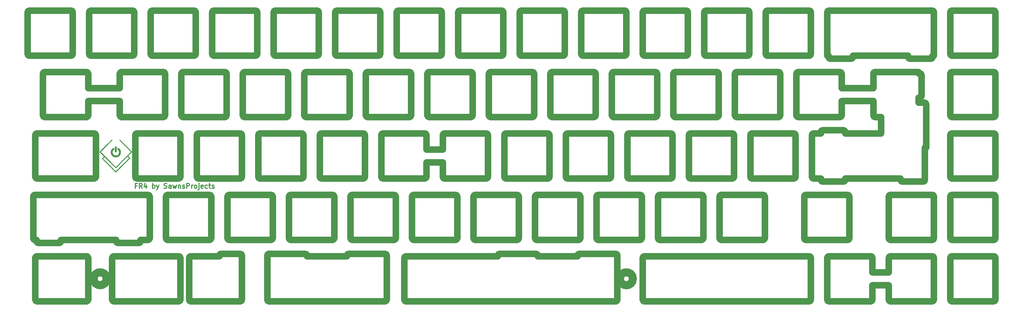
<source format=gbr>
G04 #@! TF.GenerationSoftware,KiCad,Pcbnew,(5.1.2)-2*
G04 #@! TF.CreationDate,2021-06-11T08:51:19+07:00*
G04 #@! TF.ProjectId,Plate,506c6174-652e-46b6-9963-61645f706362,rev?*
G04 #@! TF.SameCoordinates,Original*
G04 #@! TF.FileFunction,Soldermask,Top*
G04 #@! TF.FilePolarity,Negative*
%FSLAX45Y45*%
G04 Gerber Fmt 4.5, Leading zero omitted, Abs format (unit mm)*
G04 Created by KiCad (PCBNEW (5.1.2)-2) date 2021-06-11 08:51:19*
%MOMM*%
%LPD*%
G04 APERTURE LIST*
%ADD10C,0.375000*%
%ADD11C,2.000000*%
%ADD12C,2.500000*%
%ADD13C,0.010000*%
G04 APERTURE END LIST*
D10*
X-9041857Y1661714D02*
X-9091857Y1661714D01*
X-9091857Y1583143D02*
X-9091857Y1733143D01*
X-9020429Y1733143D01*
X-8877571Y1583143D02*
X-8927571Y1654571D01*
X-8963286Y1583143D02*
X-8963286Y1733143D01*
X-8906143Y1733143D01*
X-8891857Y1726000D01*
X-8884714Y1718857D01*
X-8877571Y1704571D01*
X-8877571Y1683143D01*
X-8884714Y1668857D01*
X-8891857Y1661714D01*
X-8906143Y1654571D01*
X-8963286Y1654571D01*
X-8749000Y1683143D02*
X-8749000Y1583143D01*
X-8784714Y1740286D02*
X-8820429Y1633143D01*
X-8727571Y1633143D01*
X-8556143Y1583143D02*
X-8556143Y1733143D01*
X-8556143Y1676000D02*
X-8541857Y1683143D01*
X-8513286Y1683143D01*
X-8499000Y1676000D01*
X-8491857Y1668857D01*
X-8484714Y1654571D01*
X-8484714Y1611714D01*
X-8491857Y1597428D01*
X-8499000Y1590286D01*
X-8513286Y1583143D01*
X-8541857Y1583143D01*
X-8556143Y1590286D01*
X-8434714Y1683143D02*
X-8399000Y1583143D01*
X-8363286Y1683143D02*
X-8399000Y1583143D01*
X-8413286Y1547428D01*
X-8420429Y1540286D01*
X-8434714Y1533143D01*
X-8199000Y1590286D02*
X-8177571Y1583143D01*
X-8141857Y1583143D01*
X-8127571Y1590286D01*
X-8120428Y1597428D01*
X-8113286Y1611714D01*
X-8113286Y1626000D01*
X-8120428Y1640286D01*
X-8127571Y1647428D01*
X-8141857Y1654571D01*
X-8170428Y1661714D01*
X-8184714Y1668857D01*
X-8191857Y1676000D01*
X-8199000Y1690286D01*
X-8199000Y1704571D01*
X-8191857Y1718857D01*
X-8184714Y1726000D01*
X-8170428Y1733143D01*
X-8134714Y1733143D01*
X-8113286Y1726000D01*
X-7984714Y1583143D02*
X-7984714Y1661714D01*
X-7991857Y1676000D01*
X-8006143Y1683143D01*
X-8034714Y1683143D01*
X-8049000Y1676000D01*
X-7984714Y1590286D02*
X-7999000Y1583143D01*
X-8034714Y1583143D01*
X-8049000Y1590286D01*
X-8056143Y1604571D01*
X-8056143Y1618857D01*
X-8049000Y1633143D01*
X-8034714Y1640286D01*
X-7999000Y1640286D01*
X-7984714Y1647428D01*
X-7927571Y1683143D02*
X-7899000Y1583143D01*
X-7870428Y1654571D01*
X-7841857Y1583143D01*
X-7813286Y1683143D01*
X-7756143Y1683143D02*
X-7756143Y1583143D01*
X-7756143Y1668857D02*
X-7749000Y1676000D01*
X-7734714Y1683143D01*
X-7713286Y1683143D01*
X-7699000Y1676000D01*
X-7691857Y1661714D01*
X-7691857Y1583143D01*
X-7627571Y1590286D02*
X-7613286Y1583143D01*
X-7584714Y1583143D01*
X-7570428Y1590286D01*
X-7563286Y1604571D01*
X-7563286Y1611714D01*
X-7570428Y1626000D01*
X-7584714Y1633143D01*
X-7606143Y1633143D01*
X-7620428Y1640286D01*
X-7627571Y1654571D01*
X-7627571Y1661714D01*
X-7620428Y1676000D01*
X-7606143Y1683143D01*
X-7584714Y1683143D01*
X-7570428Y1676000D01*
X-7499000Y1583143D02*
X-7499000Y1733143D01*
X-7441857Y1733143D01*
X-7427571Y1726000D01*
X-7420428Y1718857D01*
X-7413286Y1704571D01*
X-7413286Y1683143D01*
X-7420428Y1668857D01*
X-7427571Y1661714D01*
X-7441857Y1654571D01*
X-7499000Y1654571D01*
X-7349000Y1583143D02*
X-7349000Y1683143D01*
X-7349000Y1654571D02*
X-7341857Y1668857D01*
X-7334714Y1676000D01*
X-7320428Y1683143D01*
X-7306143Y1683143D01*
X-7234714Y1583143D02*
X-7249000Y1590286D01*
X-7256143Y1597428D01*
X-7263286Y1611714D01*
X-7263286Y1654571D01*
X-7256143Y1668857D01*
X-7249000Y1676000D01*
X-7234714Y1683143D01*
X-7213286Y1683143D01*
X-7199000Y1676000D01*
X-7191857Y1668857D01*
X-7184714Y1654571D01*
X-7184714Y1611714D01*
X-7191857Y1597428D01*
X-7199000Y1590286D01*
X-7213286Y1583143D01*
X-7234714Y1583143D01*
X-7120428Y1683143D02*
X-7120428Y1554571D01*
X-7127571Y1540286D01*
X-7141857Y1533143D01*
X-7149000Y1533143D01*
X-7120428Y1733143D02*
X-7127571Y1726000D01*
X-7120428Y1718857D01*
X-7113286Y1726000D01*
X-7120428Y1733143D01*
X-7120428Y1718857D01*
X-6991857Y1590286D02*
X-7006143Y1583143D01*
X-7034714Y1583143D01*
X-7049000Y1590286D01*
X-7056143Y1604571D01*
X-7056143Y1661714D01*
X-7049000Y1676000D01*
X-7034714Y1683143D01*
X-7006143Y1683143D01*
X-6991857Y1676000D01*
X-6984714Y1661714D01*
X-6984714Y1647428D01*
X-7056143Y1633143D01*
X-6856143Y1590286D02*
X-6870428Y1583143D01*
X-6899000Y1583143D01*
X-6913286Y1590286D01*
X-6920428Y1597428D01*
X-6927571Y1611714D01*
X-6927571Y1654571D01*
X-6920428Y1668857D01*
X-6913286Y1676000D01*
X-6899000Y1683143D01*
X-6870428Y1683143D01*
X-6856143Y1676000D01*
X-6813286Y1683143D02*
X-6756143Y1683143D01*
X-6791857Y1733143D02*
X-6791857Y1604571D01*
X-6784714Y1590286D01*
X-6770428Y1583143D01*
X-6756143Y1583143D01*
X-6713286Y1590286D02*
X-6699000Y1583143D01*
X-6670428Y1583143D01*
X-6656143Y1590286D01*
X-6649000Y1604571D01*
X-6649000Y1611714D01*
X-6656143Y1626000D01*
X-6670428Y1633143D01*
X-6691857Y1633143D01*
X-6706143Y1640286D01*
X-6713286Y1654571D01*
X-6713286Y1661714D01*
X-6706143Y1676000D01*
X-6691857Y1683143D01*
X-6670428Y1683143D01*
X-6656143Y1676000D01*
D11*
X16148122Y-1873178D02*
X16148122Y-573178D01*
X17548122Y-573178D02*
X17548122Y-1873178D01*
X17498122Y-523178D02*
G75*
G02X17548122Y-573178I0J-50000D01*
G01*
X16148122Y-573178D02*
G75*
G02X16198122Y-523178I50000J0D01*
G01*
X16198122Y-523178D02*
X17498122Y-523178D01*
X16198122Y-1923178D02*
G75*
G02X16148122Y-1873178I0J50000D01*
G01*
X17498122Y-1923177D02*
X16198122Y-1923177D01*
X17548122Y-1873178D02*
G75*
G02X17498122Y-1923177I-50000J0D01*
G01*
D12*
X6317822Y-1223178D02*
G75*
G03X6317822Y-1223178I-200000J0D01*
G01*
D11*
X-7266878Y5696822D02*
X-8566878Y5696822D01*
X-7216878Y5746822D02*
G75*
G02X-7266878Y5696822I-50000J0D01*
G01*
X-7216878Y7046822D02*
X-7216878Y5746822D01*
X-7266878Y7096822D02*
G75*
G02X-7216878Y7046822I0J-50000D01*
G01*
X-8566878Y7096822D02*
X-7266878Y7096822D01*
X-8616878Y7046822D02*
G75*
G02X-8566878Y7096822I50000J0D01*
G01*
X-8616878Y5746822D02*
X-8616878Y7046822D01*
X-8566878Y5696822D02*
G75*
G02X-8616878Y5746822I0J50000D01*
G01*
X-4756878Y5696822D02*
G75*
G02X-4806878Y5746822I0J50000D01*
G01*
X-4806878Y7046822D02*
X-4806878Y5746822D01*
X-4806878Y7046822D02*
G75*
G02X-4756878Y7096822I50000J0D01*
G01*
X-3456878Y7096822D02*
X-4756878Y7096822D01*
X-3456878Y7096822D02*
G75*
G02X-3406878Y7046822I0J-50000D01*
G01*
X-3406878Y5746822D02*
X-3406878Y7046822D01*
X-3406878Y5746822D02*
G75*
G02X-3456878Y5696822I-50000J0D01*
G01*
X-4756878Y5696822D02*
X-3456878Y5696822D01*
X4163122Y5696822D02*
X2863122Y5696822D01*
X4213122Y5746822D02*
G75*
G02X4163122Y5696822I-50000J0D01*
G01*
X4213122Y7046822D02*
X4213122Y5746822D01*
X4163122Y7096822D02*
G75*
G02X4213122Y7046822I0J-50000D01*
G01*
X2863122Y7096822D02*
X4163122Y7096822D01*
X2813122Y7046822D02*
G75*
G02X2863122Y7096822I50000J0D01*
G01*
X2813122Y5746822D02*
X2813122Y7046822D01*
X2863122Y5696822D02*
G75*
G02X2813122Y5746822I0J50000D01*
G01*
X-6711878Y7046822D02*
G75*
G02X-6661878Y7096822I50000J0D01*
G01*
X-5361878Y7096822D02*
X-6661878Y7096822D01*
X-5361878Y7096822D02*
G75*
G02X-5311878Y7046822I0J-50000D01*
G01*
X-5311878Y5746822D02*
X-5311878Y7046822D01*
X-5311878Y5746822D02*
G75*
G02X-5361878Y5696822I-50000J0D01*
G01*
X-6661878Y5696822D02*
X-5361878Y5696822D01*
X-6661878Y5696822D02*
G75*
G02X-6711878Y5746822I0J50000D01*
G01*
X-6711878Y7046822D02*
X-6711878Y5746822D01*
X-4409378Y3791822D02*
X-5709378Y3791822D01*
X-4359378Y3841822D02*
G75*
G02X-4409378Y3791822I-50000J0D01*
G01*
X-4359378Y5141822D02*
X-4359378Y3841822D01*
X-4409378Y5191822D02*
G75*
G02X-4359378Y5141822I0J-50000D01*
G01*
X-5709378Y5191822D02*
X-4409378Y5191822D01*
X-5759378Y5141822D02*
G75*
G02X-5709378Y5191822I50000J0D01*
G01*
X-5759378Y3841822D02*
X-5759378Y5141822D01*
X-5709378Y3791822D02*
G75*
G02X-5759378Y3841822I0J50000D01*
G01*
X17548122Y1331822D02*
X17548122Y31822D01*
X17498122Y1381822D02*
G75*
G02X17548122Y1331822I0J-50000D01*
G01*
X16198122Y1381822D02*
X17498122Y1381822D01*
X16148122Y1331822D02*
G75*
G02X16198122Y1381822I50000J0D01*
G01*
X16148122Y31822D02*
X16148122Y1331822D01*
X16198122Y-18178D02*
G75*
G02X16148122Y31822I0J50000D01*
G01*
X17498122Y-18178D02*
X16198122Y-18178D01*
X17548122Y31822D02*
G75*
G02X17498122Y-18178I-50000J0D01*
G01*
X6673122Y5696822D02*
G75*
G02X6623122Y5746822I0J50000D01*
G01*
X6623122Y7046822D02*
X6623122Y5746822D01*
X6623122Y7046822D02*
G75*
G02X6673122Y7096822I50000J0D01*
G01*
X7973122Y7096822D02*
X6673122Y7096822D01*
X7973122Y7096822D02*
G75*
G02X8023122Y7046822I0J-50000D01*
G01*
X8023122Y5746822D02*
X8023122Y7046822D01*
X8023122Y5746822D02*
G75*
G02X7973122Y5696822I-50000J0D01*
G01*
X6673122Y5696822D02*
X7973122Y5696822D01*
X8975622Y3841822D02*
G75*
G02X8925622Y3791822I-50000J0D01*
G01*
X7625622Y3791822D02*
X8925622Y3791822D01*
X7625622Y3791822D02*
G75*
G02X7575622Y3841822I0J50000D01*
G01*
X7575622Y5141822D02*
X7575622Y3841822D01*
X7575622Y5141822D02*
G75*
G02X7625622Y5191822I50000J0D01*
G01*
X8925622Y5191822D02*
X7625622Y5191822D01*
X8925622Y5191822D02*
G75*
G02X8975622Y5141822I0J-50000D01*
G01*
X8975622Y3841822D02*
X8975622Y5141822D01*
X829322Y1381822D02*
G75*
G02X879322Y1331822I0J-50000D01*
G01*
X879322Y31822D02*
X879322Y1331822D01*
X879322Y31822D02*
G75*
G02X829322Y-18178I-50000J0D01*
G01*
X-470678Y-18178D02*
X829322Y-18178D01*
X-470678Y-18178D02*
G75*
G02X-520678Y31822I0J50000D01*
G01*
X-520678Y1331822D02*
X-520678Y31822D01*
X-520678Y1331822D02*
G75*
G02X-470678Y1381822I50000J0D01*
G01*
X829322Y1381822D02*
X-470678Y1381822D01*
X-3804378Y5191822D02*
X-2504378Y5191822D01*
X-3854378Y5141822D02*
G75*
G02X-3804378Y5191822I50000J0D01*
G01*
X-3854378Y3841822D02*
X-3854378Y5141822D01*
X-3804378Y3791822D02*
G75*
G02X-3854378Y3841822I0J50000D01*
G01*
X-2504378Y3791822D02*
X-3804378Y3791822D01*
X-2454378Y3841822D02*
G75*
G02X-2504378Y3791822I-50000J0D01*
G01*
X-2454378Y5141822D02*
X-2454378Y3841822D01*
X-2504378Y5191822D02*
G75*
G02X-2454378Y5141822I0J-50000D01*
G01*
X1384322Y1331822D02*
G75*
G02X1434322Y1381822I50000J0D01*
G01*
X2734322Y1381822D02*
X1434322Y1381822D01*
X2734322Y1381822D02*
G75*
G02X2784322Y1331822I0J-50000D01*
G01*
X2784322Y31822D02*
X2784322Y1331822D01*
X2784322Y31822D02*
G75*
G02X2734322Y-18178I-50000J0D01*
G01*
X1434322Y-18178D02*
X2734322Y-18178D01*
X1434322Y-18178D02*
G75*
G02X1384322Y31822I0J50000D01*
G01*
X1384322Y1331822D02*
X1384322Y31822D01*
X-2851878Y5696822D02*
G75*
G02X-2901878Y5746822I0J50000D01*
G01*
X-2901878Y7046822D02*
X-2901878Y5746822D01*
X-2901878Y7046822D02*
G75*
G02X-2851878Y7096822I50000J0D01*
G01*
X-1551878Y7096822D02*
X-2851878Y7096822D01*
X-1551878Y7096822D02*
G75*
G02X-1501878Y7046822I0J-50000D01*
G01*
X-1501878Y5746822D02*
X-1501878Y7046822D01*
X-1501878Y5746822D02*
G75*
G02X-1551878Y5696822I-50000J0D01*
G01*
X-2851878Y5696822D02*
X-1551878Y5696822D01*
X9928122Y7046822D02*
X9928122Y5746822D01*
X9878122Y7096822D02*
G75*
G02X9928122Y7046822I0J-50000D01*
G01*
X8578122Y7096822D02*
X9878122Y7096822D01*
X8528122Y7046822D02*
G75*
G02X8578122Y7096822I50000J0D01*
G01*
X8528122Y5746822D02*
X8528122Y7046822D01*
X8578122Y5696822D02*
G75*
G02X8528122Y5746822I0J50000D01*
G01*
X9878122Y5696822D02*
X8578122Y5696822D01*
X9928122Y5746822D02*
G75*
G02X9878122Y5696822I-50000J0D01*
G01*
X-7664378Y5141822D02*
G75*
G02X-7614378Y5191822I50000J0D01*
G01*
X-6314378Y5191822D02*
X-7614378Y5191822D01*
X-6314378Y5191822D02*
G75*
G02X-6264378Y5141822I0J-50000D01*
G01*
X-6264378Y3841822D02*
X-6264378Y5141822D01*
X-6264378Y3841822D02*
G75*
G02X-6314378Y3791822I-50000J0D01*
G01*
X-7614378Y3791822D02*
X-6314378Y3791822D01*
X-7614378Y3791822D02*
G75*
G02X-7664378Y3841822I0J50000D01*
G01*
X-7664378Y5141822D02*
X-7664378Y3841822D01*
X-8219378Y3791822D02*
X-9519378Y3791822D01*
X-8169378Y3841822D02*
G75*
G02X-8219378Y3791822I-50000J0D01*
G01*
X-8169378Y5141822D02*
X-8169378Y3841822D01*
X-8219378Y5191822D02*
G75*
G02X-8169378Y5141822I0J-50000D01*
G01*
X-9519378Y5191822D02*
X-8219378Y5191822D01*
X-9569378Y5141822D02*
G75*
G02X-9519378Y5191822I50000J0D01*
G01*
X-9569378Y4691852D02*
X-9569378Y5141822D01*
X-10550628Y4691852D02*
X-9569378Y4691852D01*
X-10550628Y5141822D02*
X-10550628Y4691852D01*
X-10600628Y5191822D02*
G75*
G02X-10550628Y5141822I0J-50000D01*
G01*
X-11900628Y5191822D02*
X-10600628Y5191822D01*
X-11950628Y5141822D02*
G75*
G02X-11900628Y5191822I50000J0D01*
G01*
X-11950628Y3841822D02*
X-11950628Y5141822D01*
X-11900628Y3791822D02*
G75*
G02X-11950628Y3841822I0J50000D01*
G01*
X-10600628Y3791822D02*
X-11900628Y3791822D01*
X-10550628Y3841822D02*
G75*
G02X-10600628Y3791822I-50000J0D01*
G01*
X-10550628Y4291852D02*
X-10550628Y3841822D01*
X-9569378Y4291852D02*
X-10550628Y4291852D01*
X-9569378Y3841822D02*
X-9569378Y4291852D01*
X-9519378Y3791822D02*
G75*
G02X-9569378Y3841822I0J50000D01*
G01*
X6594322Y31822D02*
G75*
G02X6544322Y-18178I-50000J0D01*
G01*
X5244322Y-18178D02*
X6544322Y-18178D01*
X5244322Y-18178D02*
G75*
G02X5194322Y31822I0J50000D01*
G01*
X5194322Y1331822D02*
X5194322Y31822D01*
X5194322Y1331822D02*
G75*
G02X5244322Y1381822I50000J0D01*
G01*
X6544322Y1381822D02*
X5244322Y1381822D01*
X6544322Y1381822D02*
G75*
G02X6594322Y1331822I0J-50000D01*
G01*
X6594322Y31822D02*
X6594322Y1331822D01*
X-10521878Y5746822D02*
X-10521878Y7046822D01*
X-10471878Y5696822D02*
G75*
G02X-10521878Y5746822I0J50000D01*
G01*
X-9171878Y5696822D02*
X-10471878Y5696822D01*
X-9121878Y5746822D02*
G75*
G02X-9171878Y5696822I-50000J0D01*
G01*
X-9121878Y7046822D02*
X-9121878Y5746822D01*
X-9171878Y7096822D02*
G75*
G02X-9121878Y7046822I0J-50000D01*
G01*
X-10471878Y7096822D02*
X-9171878Y7096822D01*
X-10521878Y7046822D02*
G75*
G02X-10471878Y7096822I50000J0D01*
G01*
X10354322Y-18178D02*
X9054322Y-18178D01*
X10404322Y31822D02*
G75*
G02X10354322Y-18178I-50000J0D01*
G01*
X10404322Y1331822D02*
X10404322Y31822D01*
X10354322Y1381822D02*
G75*
G02X10404322Y1331822I0J-50000D01*
G01*
X9054322Y1381822D02*
X10354322Y1381822D01*
X9004322Y1331822D02*
G75*
G02X9054322Y1381822I50000J0D01*
G01*
X9004322Y31822D02*
X9004322Y1331822D01*
X9054322Y-18178D02*
G75*
G02X9004322Y31822I0J50000D01*
G01*
X8499322Y1331822D02*
X8499322Y31822D01*
X8449322Y1381822D02*
G75*
G02X8499322Y1331822I0J-50000D01*
G01*
X7149322Y1381822D02*
X8449322Y1381822D01*
X7099322Y1331822D02*
G75*
G02X7149322Y1381822I50000J0D01*
G01*
X7099322Y31822D02*
X7099322Y1331822D01*
X7149322Y-18178D02*
G75*
G02X7099322Y31822I0J50000D01*
G01*
X8449322Y-18178D02*
X7149322Y-18178D01*
X8499322Y31822D02*
G75*
G02X8449322Y-18178I-50000J0D01*
G01*
X-10550578Y-573178D02*
X-10550578Y-1873177D01*
X-10600578Y-523177D02*
G75*
G02X-10550578Y-573178I0J-50000D01*
G01*
X-12138778Y-523177D02*
X-10600578Y-523177D01*
X-12188778Y-573178D02*
G75*
G02X-12138778Y-523177I50000J0D01*
G01*
X-12188778Y-1873177D02*
X-12188778Y-573178D01*
X-12138778Y-1923177D02*
G75*
G02X-12188778Y-1873177I0J50000D01*
G01*
X-10600578Y-1923177D02*
X-12138778Y-1923177D01*
X-10550578Y-1873177D02*
G75*
G02X-10600578Y-1923177I-50000J0D01*
G01*
D12*
X-9980218Y-1222178D02*
G75*
G03X-9980218Y-1222178I-200000J0D01*
G01*
D11*
X-10312498Y3236822D02*
X-10312498Y1936822D01*
X-10362499Y3286822D02*
G75*
G02X-10312498Y3236822I1J-50000D01*
G01*
X-12138759Y3286793D02*
X-10362499Y3286822D01*
X-12188758Y3236793D02*
G75*
G02X-12138759Y3286793I50000J0D01*
G01*
X-12188758Y1936793D02*
X-12188758Y3236793D01*
X-12138757Y1886793D02*
G75*
G02X-12188758Y1936793I-1J50000D01*
G01*
X-10362497Y1886822D02*
X-12138757Y1886793D01*
X-10312498Y1936822D02*
G75*
G02X-10362497Y1886822I-50000J0D01*
G01*
X-7693078Y-573178D02*
X-7693078Y-1873177D01*
X-7743078Y-523177D02*
G75*
G02X-7693078Y-573178I0J-50000D01*
G01*
X-9757478Y-523177D02*
X-7743078Y-523177D01*
X-9807478Y-573178D02*
G75*
G02X-9757478Y-523177I50000J0D01*
G01*
X-9807478Y-1873177D02*
X-9807478Y-573178D01*
X-9757478Y-1923177D02*
G75*
G02X-9807478Y-1873177I0J50000D01*
G01*
X-7743078Y-1923177D02*
X-9757478Y-1923177D01*
X-7693078Y-1873177D02*
G75*
G02X-7743078Y-1923177I-50000J0D01*
G01*
X-12200678Y1381822D02*
X-8695678Y1381822D01*
X-12250678Y1331822D02*
G75*
G02X-12200678Y1381822I50000J0D01*
G01*
X-12250678Y31822D02*
X-12250678Y1331822D01*
X-12200678Y-18178D02*
G75*
G02X-12250678Y31822I0J50000D01*
G01*
X-12146278Y-18178D02*
X-12200678Y-18178D01*
X-12146278Y-65177D02*
X-12146278Y-18178D01*
X-12096278Y-115177D02*
G75*
G02X-12146278Y-65177I0J50000D01*
G01*
X-11443778Y-115177D02*
X-12096278Y-115177D01*
X-11393778Y-65177D02*
G75*
G02X-11443778Y-115177I-50000J0D01*
G01*
X-11393778Y-18178D02*
X-11393778Y-65177D01*
X-9678778Y-18178D02*
X-11393778Y-18178D01*
X-9678778Y-65177D02*
X-9678778Y-18178D01*
X-9628778Y-115177D02*
G75*
G02X-9678778Y-65177I0J50000D01*
G01*
X-8976278Y-115177D02*
X-9628778Y-115177D01*
X-8926278Y-65177D02*
G75*
G02X-8976278Y-115177I-50000J0D01*
G01*
X-8926278Y-18178D02*
X-8926278Y-65177D01*
X-8695678Y-18178D02*
X-8926278Y-18178D01*
X-8645678Y31822D02*
G75*
G02X-8695678Y-18178I-50000J0D01*
G01*
X-8645678Y1331822D02*
X-8645678Y31822D01*
X-8695678Y1381822D02*
G75*
G02X-8645678Y1331822I0J-50000D01*
G01*
X10483122Y7096822D02*
X11783122Y7096822D01*
X10433122Y7046822D02*
G75*
G02X10483122Y7096822I50000J0D01*
G01*
X10433122Y5746822D02*
X10433122Y7046822D01*
X10483122Y5696822D02*
G75*
G02X10433122Y5746822I0J50000D01*
G01*
X11783122Y5696822D02*
X10483122Y5696822D01*
X11833122Y5746822D02*
G75*
G02X11783122Y5696822I-50000J0D01*
G01*
X11833122Y7046822D02*
X11833122Y5746822D01*
X11783122Y7096822D02*
G75*
G02X11833122Y7046822I0J-50000D01*
G01*
X-7693078Y1936822D02*
G75*
G02X-7743078Y1886822I-50000J0D01*
G01*
X-9043078Y1886822D02*
X-7743078Y1886822D01*
X-9043078Y1886822D02*
G75*
G02X-9093078Y1936822I0J50000D01*
G01*
X-9093078Y3236822D02*
X-9093078Y1936822D01*
X-9093078Y3236822D02*
G75*
G02X-9043078Y3286822I50000J0D01*
G01*
X-7743078Y3286822D02*
X-9043078Y3286822D01*
X-7743078Y3286822D02*
G75*
G02X-7693078Y3236822I0J-50000D01*
G01*
X-7693078Y1936822D02*
X-7693078Y3236822D01*
X-11026878Y5746822D02*
G75*
G02X-11076878Y5696822I-50000J0D01*
G01*
X-12376878Y5696822D02*
X-11076878Y5696822D01*
X-12376878Y5696822D02*
G75*
G02X-12426878Y5746822I0J50000D01*
G01*
X-12426878Y7046822D02*
X-12426878Y5746822D01*
X-12426878Y7046822D02*
G75*
G02X-12376878Y7096822I50000J0D01*
G01*
X-11076878Y7096822D02*
X-12376878Y7096822D01*
X-11076878Y7096822D02*
G75*
G02X-11026878Y7046822I0J-50000D01*
G01*
X-11026878Y5746822D02*
X-11026878Y7046822D01*
X9530622Y3791822D02*
G75*
G02X9480622Y3841822I0J50000D01*
G01*
X9480622Y5141822D02*
X9480622Y3841822D01*
X9480622Y5141822D02*
G75*
G02X9530622Y5191822I50000J0D01*
G01*
X10830622Y5191822D02*
X9530622Y5191822D01*
X10830622Y5191822D02*
G75*
G02X10880622Y5141822I0J-50000D01*
G01*
X10880622Y3841822D02*
X10880622Y5141822D01*
X10880622Y3841822D02*
G75*
G02X10830622Y3791822I-50000J0D01*
G01*
X9530622Y3791822D02*
X10830622Y3791822D01*
X-2425678Y31822D02*
X-2425678Y1331822D01*
X-2375678Y-18178D02*
G75*
G02X-2425678Y31822I0J50000D01*
G01*
X-1075678Y-18178D02*
X-2375678Y-18178D01*
X-1025678Y31822D02*
G75*
G02X-1075678Y-18178I-50000J0D01*
G01*
X-1025678Y1331822D02*
X-1025678Y31822D01*
X-1075678Y1381822D02*
G75*
G02X-1025678Y1331822I0J-50000D01*
G01*
X-2375678Y1381822D02*
X-1075678Y1381822D01*
X-2425678Y1331822D02*
G75*
G02X-2375678Y1381822I50000J0D01*
G01*
X6146922Y1936822D02*
X6146922Y3236822D01*
X6196922Y1886822D02*
G75*
G02X6146922Y1936822I0J50000D01*
G01*
X7496922Y1886822D02*
X6196922Y1886822D01*
X7546922Y1936822D02*
G75*
G02X7496922Y1886822I-50000J0D01*
G01*
X7546922Y3236822D02*
X7546922Y1936822D01*
X7496922Y3286822D02*
G75*
G02X7546922Y3236822I0J-50000D01*
G01*
X6196922Y3286822D02*
X7496922Y3286822D01*
X6146922Y3236822D02*
G75*
G02X6196922Y3286822I50000J0D01*
G01*
X6118122Y5746822D02*
G75*
G02X6068122Y5696822I-50000J0D01*
G01*
X4768122Y5696822D02*
X6068122Y5696822D01*
X4768122Y5696822D02*
G75*
G02X4718122Y5746822I0J50000D01*
G01*
X4718122Y7046822D02*
X4718122Y5746822D01*
X4718122Y7046822D02*
G75*
G02X4768122Y7096822I50000J0D01*
G01*
X6068122Y7096822D02*
X4768122Y7096822D01*
X6068122Y7096822D02*
G75*
G02X6118122Y7046822I0J-50000D01*
G01*
X6118122Y5746822D02*
X6118122Y7046822D01*
X5670622Y5141822D02*
G75*
G02X5720622Y5191822I50000J0D01*
G01*
X7020622Y5191822D02*
X5720622Y5191822D01*
X7020622Y5191822D02*
G75*
G02X7070622Y5141822I0J-50000D01*
G01*
X7070622Y3841822D02*
X7070622Y5141822D01*
X7070622Y3841822D02*
G75*
G02X7020622Y3791822I-50000J0D01*
G01*
X5720622Y3791822D02*
X7020622Y3791822D01*
X5720622Y3791822D02*
G75*
G02X5670622Y3841822I0J50000D01*
G01*
X5670622Y5141822D02*
X5670622Y3841822D01*
X3339322Y-18178D02*
G75*
G02X3289322Y31822I0J50000D01*
G01*
X3289322Y1331822D02*
X3289322Y31822D01*
X3289322Y1331822D02*
G75*
G02X3339322Y1381822I50000J0D01*
G01*
X4639322Y1381822D02*
X3339322Y1381822D01*
X4639322Y1381822D02*
G75*
G02X4689322Y1331822I0J-50000D01*
G01*
X4689322Y31822D02*
X4689322Y1331822D01*
X4689322Y31822D02*
G75*
G02X4639322Y-18178I-50000J0D01*
G01*
X3339322Y-18178D02*
X4639322Y-18178D01*
X-1899378Y5191822D02*
X-599378Y5191822D01*
X-1949378Y5141822D02*
G75*
G02X-1899378Y5191822I50000J0D01*
G01*
X-1949378Y3841822D02*
X-1949378Y5141822D01*
X-1899378Y3791822D02*
G75*
G02X-1949378Y3841822I0J50000D01*
G01*
X-599378Y3791822D02*
X-1899378Y3791822D01*
X-549378Y3841822D02*
G75*
G02X-599378Y3791822I-50000J0D01*
G01*
X-549378Y5141822D02*
X-549378Y3841822D01*
X-599378Y5191822D02*
G75*
G02X-549378Y5141822I0J-50000D01*
G01*
X-996878Y5746822D02*
X-996878Y7046822D01*
X-946878Y5696822D02*
G75*
G02X-996878Y5746822I0J50000D01*
G01*
X353122Y5696822D02*
X-946878Y5696822D01*
X403122Y5746822D02*
G75*
G02X353122Y5696822I-50000J0D01*
G01*
X403122Y7046822D02*
X403122Y5746822D01*
X353122Y7096822D02*
G75*
G02X403122Y7046822I0J-50000D01*
G01*
X-946878Y7096822D02*
X353122Y7096822D01*
X-996878Y7046822D02*
G75*
G02X-946878Y7096822I50000J0D01*
G01*
X3319922Y-446977D02*
G75*
G02X3369922Y-496977I0J-50000D01*
G01*
X3369922Y-523177D02*
X3369922Y-496977D01*
X4608722Y-523177D02*
X3369922Y-523177D01*
X4608722Y-496977D02*
X4608722Y-523177D01*
X4608722Y-496977D02*
G75*
G02X4658722Y-446977I50000J0D01*
G01*
X5789922Y-446977D02*
X4658722Y-446977D01*
X5789922Y-446977D02*
G75*
G02X5839922Y-496977I0J-50000D01*
G01*
X5839922Y-1873177D02*
X5839922Y-496977D01*
X5839922Y-1873177D02*
G75*
G02X5789922Y-1923177I-50000J0D01*
G01*
X-708778Y-1923177D02*
X5789922Y-1923177D01*
X-708778Y-1923177D02*
G75*
G02X-758778Y-1873177I0J50000D01*
G01*
X-758778Y-573178D02*
X-758778Y-1873177D01*
X-758778Y-573178D02*
G75*
G02X-708778Y-523177I50000J0D01*
G01*
X2138722Y-523177D02*
X-708778Y-523177D01*
X2138722Y-496977D02*
X2138722Y-523177D01*
X2138722Y-496977D02*
G75*
G02X2188722Y-446977I50000J0D01*
G01*
X3319922Y-446977D02*
X2188722Y-446977D01*
X908122Y7046822D02*
G75*
G02X958122Y7096822I50000J0D01*
G01*
X2258122Y7096822D02*
X958122Y7096822D01*
X2258122Y7096822D02*
G75*
G02X2308122Y7046822I0J-50000D01*
G01*
X2308122Y5746822D02*
X2308122Y7046822D01*
X2308122Y5746822D02*
G75*
G02X2258122Y5696822I-50000J0D01*
G01*
X958122Y5696822D02*
X2258122Y5696822D01*
X958122Y5696822D02*
G75*
G02X908122Y5746822I0J50000D01*
G01*
X908122Y7046822D02*
X908122Y5746822D01*
X1831922Y1936822D02*
G75*
G02X1781922Y1886822I-50000J0D01*
G01*
X481922Y1886822D02*
X1781922Y1886822D01*
X481922Y1886822D02*
G75*
G02X431922Y1936822I0J50000D01*
G01*
X431922Y2386822D02*
X431922Y1936822D01*
X-73078Y2386822D02*
X431922Y2386822D01*
X-73078Y1936822D02*
X-73078Y2386822D01*
X-73078Y1936822D02*
G75*
G02X-123078Y1886822I-50000J0D01*
G01*
X-1423078Y1886822D02*
X-123078Y1886822D01*
X-1423078Y1886822D02*
G75*
G02X-1473078Y1936822I0J50000D01*
G01*
X-1473078Y3236822D02*
X-1473078Y1936822D01*
X-1473078Y3236822D02*
G75*
G02X-1423078Y3286822I50000J0D01*
G01*
X-123078Y3286822D02*
X-1423078Y3286822D01*
X-123078Y3286822D02*
G75*
G02X-73078Y3236822I0J-50000D01*
G01*
X-73078Y2786822D02*
X-73078Y3236822D01*
X431922Y2786822D02*
X-73078Y2786822D01*
X431922Y3236822D02*
X431922Y2786822D01*
X431922Y3236822D02*
G75*
G02X481922Y3286822I50000J0D01*
G01*
X1781922Y3286822D02*
X481922Y3286822D01*
X1781922Y3286822D02*
G75*
G02X1831922Y3236822I0J-50000D01*
G01*
X1831922Y1936822D02*
X1831922Y3236822D01*
X-6740678Y1331822D02*
X-6740678Y31822D01*
X-6790678Y1381822D02*
G75*
G02X-6740678Y1331822I0J-50000D01*
G01*
X-8090678Y1381822D02*
X-6790678Y1381822D01*
X-8140678Y1331822D02*
G75*
G02X-8090678Y1381822I50000J0D01*
G01*
X-8140678Y31822D02*
X-8140678Y1331822D01*
X-8090678Y-18178D02*
G75*
G02X-8140678Y31822I0J50000D01*
G01*
X-6790678Y-18178D02*
X-8090678Y-18178D01*
X-6740678Y31822D02*
G75*
G02X-6790678Y-18178I-50000J0D01*
G01*
X-2534978Y-523177D02*
X-3773778Y-523177D01*
X-2534978Y-496977D02*
X-2534978Y-523177D01*
X-2534978Y-496977D02*
G75*
G02X-2484978Y-446977I50000J0D01*
G01*
X-1353778Y-446977D02*
X-2484978Y-446977D01*
X-1353778Y-446977D02*
G75*
G02X-1303778Y-496977I0J-50000D01*
G01*
X-1303778Y-1873177D02*
X-1303778Y-496977D01*
X-1303778Y-1873177D02*
G75*
G02X-1353778Y-1923177I-50000J0D01*
G01*
X-4954978Y-1923177D02*
X-1353778Y-1923177D01*
X-4954978Y-1923177D02*
G75*
G02X-5004978Y-1873177I0J50000D01*
G01*
X-5004978Y-496977D02*
X-5004978Y-1873177D01*
X-5004978Y-496977D02*
G75*
G02X-4954978Y-446977I50000J0D01*
G01*
X-3823778Y-446977D02*
X-4954978Y-446977D01*
X-3823778Y-446977D02*
G75*
G02X-3773778Y-496977I0J-50000D01*
G01*
X-3773778Y-523177D02*
X-3773778Y-496977D01*
X-6486372Y-523177D02*
X-6486372Y-496977D01*
X-7376278Y-523177D02*
X-6486372Y-523177D01*
X-7426278Y-573178D02*
G75*
G02X-7376278Y-523177I50000J0D01*
G01*
X-7426278Y-1873177D02*
X-7426278Y-573178D01*
X-7376278Y-1923177D02*
G75*
G02X-7426278Y-1873177I0J50000D01*
G01*
X-5838078Y-1923177D02*
X-7376278Y-1923177D01*
X-5788078Y-1873177D02*
G75*
G02X-5838078Y-1923177I-50000J0D01*
G01*
X-5788078Y-496977D02*
X-5788078Y-1873177D01*
X-5838078Y-446977D02*
G75*
G02X-5788078Y-496977I0J-50000D01*
G01*
X-6436372Y-446977D02*
X-5838078Y-446977D01*
X-6486372Y-496977D02*
G75*
G02X-6436372Y-446977I50000J0D01*
G01*
X4241922Y1936822D02*
X4241922Y3236822D01*
X4291922Y1886822D02*
G75*
G02X4241922Y1936822I0J50000D01*
G01*
X5591922Y1886822D02*
X4291922Y1886822D01*
X5641922Y1936822D02*
G75*
G02X5591922Y1886822I-50000J0D01*
G01*
X5641922Y3236822D02*
X5641922Y1936822D01*
X5591922Y3286822D02*
G75*
G02X5641922Y3236822I0J-50000D01*
G01*
X4291922Y3286822D02*
X5591922Y3286822D01*
X4241922Y3236822D02*
G75*
G02X4291922Y3286822I50000J0D01*
G01*
X-5788078Y1936822D02*
G75*
G02X-5838078Y1886822I-50000J0D01*
G01*
X-7138078Y1886822D02*
X-5838078Y1886822D01*
X-7138078Y1886822D02*
G75*
G02X-7188078Y1936822I0J50000D01*
G01*
X-7188078Y3236822D02*
X-7188078Y1936822D01*
X-7188078Y3236822D02*
G75*
G02X-7138078Y3286822I50000J0D01*
G01*
X-5838078Y3286822D02*
X-7138078Y3286822D01*
X-5838078Y3286822D02*
G75*
G02X-5788078Y3236822I0J-50000D01*
G01*
X-5788078Y1936822D02*
X-5788078Y3236822D01*
X3765622Y3841822D02*
X3765622Y5141822D01*
X3815622Y3791822D02*
G75*
G02X3765622Y3841822I0J50000D01*
G01*
X5115622Y3791822D02*
X3815622Y3791822D01*
X5165622Y3841822D02*
G75*
G02X5115622Y3791822I-50000J0D01*
G01*
X5165622Y5141822D02*
X5165622Y3841822D01*
X5115622Y5191822D02*
G75*
G02X5165622Y5141822I0J-50000D01*
G01*
X3815622Y5191822D02*
X5115622Y5191822D01*
X3765622Y5141822D02*
G75*
G02X3815622Y5191822I50000J0D01*
G01*
X-2028078Y1886822D02*
X-3328078Y1886822D01*
X-1978078Y1936822D02*
G75*
G02X-2028078Y1886822I-50000J0D01*
G01*
X-1978078Y3236822D02*
X-1978078Y1936822D01*
X-2028078Y3286822D02*
G75*
G02X-1978078Y3236822I0J-50000D01*
G01*
X-3328078Y3286822D02*
X-2028078Y3286822D01*
X-3378078Y3236822D02*
G75*
G02X-3328078Y3286822I50000J0D01*
G01*
X-3378078Y1936822D02*
X-3378078Y3236822D01*
X-3328078Y1886822D02*
G75*
G02X-3378078Y1936822I0J50000D01*
G01*
X1355622Y3841822D02*
G75*
G02X1305622Y3791822I-50000J0D01*
G01*
X5622Y3791822D02*
X1305622Y3791822D01*
X5622Y3791822D02*
G75*
G02X-44378Y3841822I0J50000D01*
G01*
X-44378Y5141822D02*
X-44378Y3841822D01*
X-44378Y5141822D02*
G75*
G02X5622Y5191822I50000J0D01*
G01*
X1305622Y5191822D02*
X5622Y5191822D01*
X1305622Y5191822D02*
G75*
G02X1355622Y5141822I0J-50000D01*
G01*
X1355622Y3841822D02*
X1355622Y5141822D01*
X2386922Y3286822D02*
X3686922Y3286822D01*
X2336922Y3236822D02*
G75*
G02X2386922Y3286822I50000J0D01*
G01*
X2336922Y1936822D02*
X2336922Y3236822D01*
X2386922Y1886822D02*
G75*
G02X2336922Y1936822I0J50000D01*
G01*
X3686922Y1886822D02*
X2386922Y1886822D01*
X3736922Y1936822D02*
G75*
G02X3686922Y1886822I-50000J0D01*
G01*
X3736922Y3236822D02*
X3736922Y1936822D01*
X3686922Y3286822D02*
G75*
G02X3736922Y3236822I0J-50000D01*
G01*
X-2980678Y-18178D02*
X-4280678Y-18178D01*
X-2930678Y31822D02*
G75*
G02X-2980678Y-18178I-50000J0D01*
G01*
X-2930678Y1331822D02*
X-2930678Y31822D01*
X-2980678Y1381822D02*
G75*
G02X-2930678Y1331822I0J-50000D01*
G01*
X-4280678Y1381822D02*
X-2980678Y1381822D01*
X-4330678Y1331822D02*
G75*
G02X-4280678Y1381822I50000J0D01*
G01*
X-4330678Y31822D02*
X-4330678Y1331822D01*
X-4280678Y-18178D02*
G75*
G02X-4330678Y31822I0J50000D01*
G01*
X-4835678Y1331822D02*
X-4835678Y31822D01*
X-4885678Y1381822D02*
G75*
G02X-4835678Y1331822I0J-50000D01*
G01*
X-6185678Y1381822D02*
X-4885678Y1381822D01*
X-6235678Y1331822D02*
G75*
G02X-6185678Y1381822I50000J0D01*
G01*
X-6235678Y31822D02*
X-6235678Y1331822D01*
X-6185678Y-18178D02*
G75*
G02X-6235678Y31822I0J50000D01*
G01*
X-4885678Y-18178D02*
X-6185678Y-18178D01*
X-4835678Y31822D02*
G75*
G02X-4885678Y-18178I-50000J0D01*
G01*
X3260622Y3841822D02*
G75*
G02X3210622Y3791822I-50000J0D01*
G01*
X1910622Y3791822D02*
X3210622Y3791822D01*
X1910622Y3791822D02*
G75*
G02X1860622Y3841822I0J50000D01*
G01*
X1860622Y5141822D02*
X1860622Y3841822D01*
X1860622Y5141822D02*
G75*
G02X1910622Y5191822I50000J0D01*
G01*
X3210622Y5191822D02*
X1910622Y5191822D01*
X3210622Y5191822D02*
G75*
G02X3260622Y5141822I0J-50000D01*
G01*
X3260622Y3841822D02*
X3260622Y5141822D01*
X-5233078Y1886822D02*
G75*
G02X-5283078Y1936822I0J50000D01*
G01*
X-5283078Y3236822D02*
X-5283078Y1936822D01*
X-5283078Y3236822D02*
G75*
G02X-5233078Y3286822I50000J0D01*
G01*
X-3933078Y3286822D02*
X-5233078Y3286822D01*
X-3933078Y3286822D02*
G75*
G02X-3883078Y3236822I0J-50000D01*
G01*
X-3883078Y1936822D02*
X-3883078Y3236822D01*
X-3883078Y1936822D02*
G75*
G02X-3933078Y1886822I-50000J0D01*
G01*
X-5233078Y1886822D02*
X-3933078Y1886822D01*
X15593122Y7096822D02*
G75*
G02X15643122Y7046822I0J-50000D01*
G01*
X15643122Y5696822D02*
X15643122Y7046822D01*
X15600622Y5696822D02*
X15643122Y5696822D01*
X15600622Y5649822D02*
X15600622Y5696822D01*
X15600622Y5649822D02*
G75*
G02X15550622Y5599822I-50000J0D01*
G01*
X14898122Y5599822D02*
X15550622Y5599822D01*
X14898122Y5599822D02*
G75*
G02X14848122Y5649822I0J50000D01*
G01*
X14848122Y5696822D02*
X14848122Y5649822D01*
X13133122Y5696822D02*
X14848122Y5696822D01*
X13133122Y5649822D02*
X13133122Y5696822D01*
X13133122Y5649822D02*
G75*
G02X13083122Y5599822I-50000J0D01*
G01*
X12430622Y5599822D02*
X13083122Y5599822D01*
X12430622Y5599822D02*
G75*
G02X12380622Y5649822I0J50000D01*
G01*
X12380622Y5696822D02*
X12380622Y5649822D01*
X12338122Y5696822D02*
X12380622Y5696822D01*
X12338122Y7046822D02*
X12338122Y5696822D01*
X12338122Y7046822D02*
G75*
G02X12388122Y7096822I50000J0D01*
G01*
X15593122Y7096822D02*
X12388122Y7096822D01*
X12388122Y-1923177D02*
G75*
G02X12338122Y-1873177I0J50000D01*
G01*
X12338122Y-573178D02*
X12338122Y-1873177D01*
X12338122Y-573178D02*
G75*
G02X12388122Y-523177I50000J0D01*
G01*
X13688122Y-523177D02*
X12388122Y-523177D01*
X13688122Y-523177D02*
G75*
G02X13738122Y-573178I0J-50000D01*
G01*
X13738122Y-1023177D02*
X13738122Y-573178D01*
X14243122Y-1023177D02*
X13738122Y-1023177D01*
X14243122Y-573178D02*
X14243122Y-1023177D01*
X14243122Y-573178D02*
G75*
G02X14293122Y-523177I50000J0D01*
G01*
X15593122Y-523177D02*
X14293122Y-523177D01*
X15593122Y-523177D02*
G75*
G02X15643122Y-573178I0J-50000D01*
G01*
X15643122Y-1873177D02*
X15643122Y-573178D01*
X15643122Y-1873177D02*
G75*
G02X15593122Y-1923177I-50000J0D01*
G01*
X14293122Y-1923177D02*
X15593122Y-1923177D01*
X14293122Y-1923177D02*
G75*
G02X14243122Y-1873177I0J50000D01*
G01*
X14243122Y-1423177D02*
X14243122Y-1873177D01*
X13738122Y-1423177D02*
X14243122Y-1423177D01*
X13738122Y-1873177D02*
X13738122Y-1423177D01*
X13738122Y-1873177D02*
G75*
G02X13688122Y-1923177I-50000J0D01*
G01*
X12388122Y-1923177D02*
X13688122Y-1923177D01*
X15643122Y1331822D02*
X15643122Y31822D01*
X15593122Y1381822D02*
G75*
G02X15643122Y1331822I0J-50000D01*
G01*
X14293122Y1381822D02*
X15593122Y1381822D01*
X14243122Y1331822D02*
G75*
G02X14293122Y1381822I50000J0D01*
G01*
X14243122Y31822D02*
X14243122Y1331822D01*
X14293122Y-18178D02*
G75*
G02X14243122Y31822I0J50000D01*
G01*
X15593122Y-18178D02*
X14293122Y-18178D01*
X15643122Y31822D02*
G75*
G02X15593122Y-18178I-50000J0D01*
G01*
X11833122Y-1873177D02*
G75*
G02X11783122Y-1923177I-50000J0D01*
G01*
X6673122Y-1923177D02*
X11783122Y-1923177D01*
X6673122Y-1923177D02*
G75*
G02X6623122Y-1873177I0J50000D01*
G01*
X6623122Y-573178D02*
X6623122Y-1873177D01*
X6623122Y-573178D02*
G75*
G02X6673122Y-523177I50000J0D01*
G01*
X11783122Y-523177D02*
X6673122Y-523177D01*
X11783122Y-523177D02*
G75*
G02X11833122Y-573178I0J-50000D01*
G01*
X11833122Y-1873177D02*
X11833122Y-573178D01*
X17548122Y5746822D02*
G75*
G02X17498122Y5696822I-50000J0D01*
G01*
X16198122Y5696822D02*
X17498122Y5696822D01*
X16198122Y5696822D02*
G75*
G02X16148122Y5746822I0J50000D01*
G01*
X16148122Y7046822D02*
X16148122Y5746822D01*
X16148122Y7046822D02*
G75*
G02X16198122Y7096822I50000J0D01*
G01*
X17498122Y7096822D02*
X16198122Y7096822D01*
X17498122Y7096822D02*
G75*
G02X17548122Y7046822I0J-50000D01*
G01*
X17548122Y5746822D02*
X17548122Y7046822D01*
X9451922Y1936822D02*
G75*
G02X9401922Y1886822I-50000J0D01*
G01*
X8101922Y1886822D02*
X9401922Y1886822D01*
X8101922Y1886822D02*
G75*
G02X8051922Y1936822I0J50000D01*
G01*
X8051922Y3236822D02*
X8051922Y1936822D01*
X8051922Y3236822D02*
G75*
G02X8101922Y3286822I50000J0D01*
G01*
X9401922Y3286822D02*
X8101922Y3286822D01*
X9401922Y3286822D02*
G75*
G02X9451922Y3236822I0J-50000D01*
G01*
X9451922Y1936822D02*
X9451922Y3236822D01*
X17498122Y3286822D02*
G75*
G02X17548122Y3236822I0J-50000D01*
G01*
X17548122Y1936822D02*
X17548122Y3236822D01*
X17548122Y1936822D02*
G75*
G02X17498122Y1886822I-50000J0D01*
G01*
X16198122Y1886822D02*
X17498122Y1886822D01*
X16198122Y1886822D02*
G75*
G02X16148122Y1936822I0J50000D01*
G01*
X16148122Y3236822D02*
X16148122Y1936822D01*
X16148122Y3236822D02*
G75*
G02X16198122Y3286822I50000J0D01*
G01*
X17498122Y3286822D02*
X16198122Y3286822D01*
X17548122Y3841822D02*
G75*
G02X17498122Y3791822I-50000J0D01*
G01*
X16198122Y3791822D02*
X17498122Y3791822D01*
X16198122Y3791822D02*
G75*
G02X16148122Y3841822I0J50000D01*
G01*
X16148122Y5141822D02*
X16148122Y3841822D01*
X16148122Y5141822D02*
G75*
G02X16198122Y5191822I50000J0D01*
G01*
X17498122Y5191822D02*
X16198122Y5191822D01*
X17498122Y5191822D02*
G75*
G02X17548122Y5141822I0J-50000D01*
G01*
X17548122Y3841822D02*
X17548122Y5141822D01*
X10006922Y1886822D02*
G75*
G02X9956922Y1936822I0J50000D01*
G01*
X9956922Y3236822D02*
X9956922Y1936822D01*
X9956922Y3236822D02*
G75*
G02X10006922Y3286822I50000J0D01*
G01*
X11306922Y3286822D02*
X10006922Y3286822D01*
X11306922Y3286822D02*
G75*
G02X11356922Y3236822I0J-50000D01*
G01*
X11356922Y1936822D02*
X11356922Y3236822D01*
X11356922Y1936822D02*
G75*
G02X11306922Y1886822I-50000J0D01*
G01*
X10006922Y1886822D02*
X11306922Y1886822D01*
X11623722Y31822D02*
X11623722Y1331822D01*
X11673722Y-18178D02*
G75*
G02X11623722Y31822I0J50000D01*
G01*
X12973722Y-18178D02*
X11673722Y-18178D01*
X13023722Y31822D02*
G75*
G02X12973722Y-18178I-50000J0D01*
G01*
X13023722Y1331822D02*
X13023722Y31822D01*
X12973722Y1381822D02*
G75*
G02X13023722Y1331822I0J-50000D01*
G01*
X11673722Y1381822D02*
X12973722Y1381822D01*
X11623722Y1331822D02*
G75*
G02X11673722Y1381822I50000J0D01*
G01*
X12192522Y1789822D02*
G75*
G02X12142522Y1839822I0J50000D01*
G01*
X12142522Y1886722D02*
X12142522Y1839822D01*
X11912022Y1886722D02*
X12142522Y1886722D01*
X11912022Y1886722D02*
G75*
G02X11862022Y1936722I0J50000D01*
G01*
X11862022Y3236725D02*
X11862022Y1936722D01*
X11862022Y3236725D02*
G75*
G02X11912019Y3286725I50000J0D01*
G01*
X12142522Y3286735D02*
X11912019Y3286725D01*
X12142522Y3333622D02*
X12142522Y3286735D01*
X12142522Y3333622D02*
G75*
G02X12192522Y3383622I50000J0D01*
G01*
X12845022Y3383622D02*
X12192522Y3383622D01*
X12845022Y3383622D02*
G75*
G02X12895022Y3333622I0J-50000D01*
G01*
X12895022Y3286771D02*
X12895022Y3333622D01*
X14005122Y3286822D02*
X12895022Y3286771D01*
X14005122Y3791822D02*
X14005122Y3286822D01*
X13816822Y3791822D02*
X14005122Y3791822D01*
X13816822Y3791822D02*
G75*
G02X13766822Y3841822I0J50000D01*
G01*
X13766822Y4291852D02*
X13766822Y3841822D01*
X12785622Y4291852D02*
X13766822Y4291852D01*
X12785622Y3841822D02*
X12785622Y4291852D01*
X12785622Y3841822D02*
G75*
G02X12735622Y3791822I-50000J0D01*
G01*
X11435622Y3791822D02*
X12735622Y3791822D01*
X11435622Y3791822D02*
G75*
G02X11385622Y3841822I0J50000D01*
G01*
X11385622Y5141822D02*
X11385622Y3841822D01*
X11385622Y5141822D02*
G75*
G02X11435622Y5191822I50000J0D01*
G01*
X12735622Y5191822D02*
X11435622Y5191822D01*
X12735622Y5191822D02*
G75*
G02X12785622Y5141822I0J-50000D01*
G01*
X12785622Y4691852D02*
X12785622Y5141822D01*
X13766822Y4691852D02*
X12785622Y4691852D01*
X13766822Y5141822D02*
X13766822Y4691852D01*
X13766822Y5141822D02*
G75*
G02X13816822Y5191822I50000J0D01*
G01*
X15166822Y5191822D02*
X13816822Y5191822D01*
X15166822Y5149262D02*
X15166822Y5191822D01*
X15208122Y5149262D02*
X15166822Y5149262D01*
X15208122Y5149262D02*
G75*
G02X15258122Y5099262I0J-50000D01*
G01*
X15258122Y4446762D02*
X15258122Y5099262D01*
X15258122Y4446762D02*
G75*
G02X15208122Y4396762I-50000J0D01*
G01*
X15166822Y4396762D02*
X15208122Y4396762D01*
X15166822Y4239222D02*
X15166822Y4396762D01*
X15355122Y4239222D02*
X15166822Y4239222D01*
X15355122Y4239222D02*
G75*
G02X15405122Y4189222I0J-50000D01*
G01*
X15405122Y2839222D02*
X15405122Y4189222D01*
X15362522Y2839222D02*
X15405122Y2839222D01*
X15362522Y1839822D02*
X15362522Y2839222D01*
X15362522Y1839822D02*
G75*
G02X15312522Y1789822I-50000J0D01*
G01*
X14660022Y1789822D02*
X15312522Y1789822D01*
X14660022Y1789822D02*
G75*
G02X14610022Y1839822I0J50000D01*
G01*
X14610022Y1886722D02*
X14610022Y1839822D01*
X12895022Y1886722D02*
X14610022Y1886722D01*
X12895022Y1839822D02*
X12895022Y1886722D01*
X12895022Y1839822D02*
G75*
G02X12845022Y1789822I-50000J0D01*
G01*
X12192522Y1789822D02*
X12845022Y1789822D01*
D13*
G36*
X-9821505Y3090032D02*
G01*
X-9818246Y3088920D01*
X-9815439Y3086944D01*
X-9814046Y3085329D01*
X-9812719Y3082595D01*
X-9812060Y3079358D01*
X-9812136Y3076084D01*
X-9812495Y3074499D01*
X-9812662Y3074207D01*
X-9813057Y3073693D01*
X-9813701Y3072937D01*
X-9814614Y3071919D01*
X-9815817Y3070616D01*
X-9817330Y3069010D01*
X-9819174Y3067079D01*
X-9821368Y3064802D01*
X-9823933Y3062160D01*
X-9826890Y3059131D01*
X-9830259Y3055696D01*
X-9834061Y3051833D01*
X-9838315Y3047522D01*
X-9843042Y3042742D01*
X-9848263Y3037473D01*
X-9853998Y3031694D01*
X-9860267Y3025385D01*
X-9867091Y3018524D01*
X-9874491Y3011093D01*
X-9882485Y3003069D01*
X-9891096Y2994432D01*
X-9900343Y2985162D01*
X-9910246Y2975238D01*
X-9920827Y2964640D01*
X-9932105Y2953347D01*
X-9944101Y2941338D01*
X-9956836Y2928593D01*
X-9970329Y2915092D01*
X-9984601Y2900813D01*
X-9990793Y2894618D01*
X-10168389Y2716960D01*
X-9697492Y2246063D01*
X-9462043Y2481512D01*
X-9226595Y2716962D01*
X-9403912Y2894333D01*
X-9415843Y2906271D01*
X-9427573Y2918011D01*
X-9439076Y2929528D01*
X-9450326Y2940795D01*
X-9461296Y2951787D01*
X-9471961Y2962477D01*
X-9482295Y2972839D01*
X-9492271Y2982847D01*
X-9501865Y2992476D01*
X-9511049Y3001698D01*
X-9519798Y3010487D01*
X-9528086Y3018819D01*
X-9535886Y3026665D01*
X-9543174Y3034001D01*
X-9549923Y3040800D01*
X-9556106Y3047037D01*
X-9561699Y3052684D01*
X-9566674Y3057715D01*
X-9571007Y3062106D01*
X-9574670Y3065829D01*
X-9577638Y3068858D01*
X-9579886Y3071168D01*
X-9581386Y3072731D01*
X-9582114Y3073523D01*
X-9582180Y3073611D01*
X-9583048Y3076532D01*
X-9583052Y3079774D01*
X-9582261Y3082996D01*
X-9580740Y3085856D01*
X-9579530Y3087232D01*
X-9576819Y3089030D01*
X-9573588Y3090027D01*
X-9570177Y3090174D01*
X-9566926Y3089425D01*
X-9566249Y3089126D01*
X-9565705Y3088689D01*
X-9564495Y3087579D01*
X-9562611Y3085790D01*
X-9560047Y3083317D01*
X-9556797Y3080151D01*
X-9552855Y3076288D01*
X-9548214Y3071721D01*
X-9542868Y3066443D01*
X-9536810Y3060448D01*
X-9530034Y3053730D01*
X-9522533Y3046283D01*
X-9514302Y3038099D01*
X-9505333Y3029173D01*
X-9495621Y3019498D01*
X-9485158Y3009068D01*
X-9473939Y2997876D01*
X-9461957Y2985916D01*
X-9449206Y2973182D01*
X-9435679Y2959668D01*
X-9421369Y2945366D01*
X-9406271Y2930271D01*
X-9390378Y2914377D01*
X-9381481Y2905476D01*
X-9199033Y2722955D01*
X-9198344Y2719958D01*
X-9197956Y2717490D01*
X-9198095Y2715215D01*
X-9198347Y2713965D01*
X-9198450Y2713550D01*
X-9198588Y2713129D01*
X-9198800Y2712662D01*
X-9199125Y2712109D01*
X-9199601Y2711430D01*
X-9200267Y2710584D01*
X-9201161Y2709532D01*
X-9202322Y2708233D01*
X-9203790Y2706647D01*
X-9205601Y2704734D01*
X-9207796Y2702454D01*
X-9210412Y2699767D01*
X-9213489Y2696632D01*
X-9217064Y2693010D01*
X-9221177Y2688859D01*
X-9225867Y2684141D01*
X-9231171Y2678815D01*
X-9237129Y2672841D01*
X-9243779Y2666178D01*
X-9251160Y2658786D01*
X-9259040Y2650896D01*
X-9319043Y2590824D01*
X-9288448Y2560141D01*
X-9282741Y2554416D01*
X-9277787Y2549439D01*
X-9273532Y2545152D01*
X-9269921Y2541497D01*
X-9266899Y2538415D01*
X-9264412Y2535847D01*
X-9262406Y2533737D01*
X-9260825Y2532025D01*
X-9259615Y2530652D01*
X-9258722Y2529561D01*
X-9258090Y2528693D01*
X-9257666Y2527990D01*
X-9257395Y2527393D01*
X-9257223Y2526844D01*
X-9257188Y2526707D01*
X-9256824Y2523267D01*
X-9257337Y2519979D01*
X-9257955Y2518433D01*
X-9258397Y2517952D01*
X-9259622Y2516688D01*
X-9261607Y2514664D01*
X-9264330Y2511903D01*
X-9267766Y2508429D01*
X-9271892Y2504266D01*
X-9276685Y2499438D01*
X-9282120Y2493967D01*
X-9288176Y2487877D01*
X-9294828Y2481192D01*
X-9302052Y2473935D01*
X-9309826Y2466130D01*
X-9318126Y2457801D01*
X-9326928Y2448970D01*
X-9336209Y2439662D01*
X-9345945Y2429900D01*
X-9356114Y2419708D01*
X-9366691Y2409108D01*
X-9377653Y2398126D01*
X-9388976Y2386783D01*
X-9400638Y2375104D01*
X-9412614Y2363113D01*
X-9424882Y2350832D01*
X-9437417Y2338285D01*
X-9450197Y2325497D01*
X-9463198Y2312489D01*
X-9474636Y2301047D01*
X-9492158Y2283523D01*
X-9508882Y2266799D01*
X-9524818Y2250867D01*
X-9539973Y2235720D01*
X-9554357Y2221349D01*
X-9567977Y2207744D01*
X-9580842Y2194899D01*
X-9592960Y2182804D01*
X-9604339Y2171452D01*
X-9614989Y2160834D01*
X-9624917Y2150942D01*
X-9634131Y2141767D01*
X-9642641Y2133301D01*
X-9650454Y2125536D01*
X-9657579Y2118463D01*
X-9664024Y2112074D01*
X-9669797Y2106361D01*
X-9674908Y2101315D01*
X-9679364Y2096929D01*
X-9683173Y2093193D01*
X-9686345Y2090100D01*
X-9688887Y2087640D01*
X-9690808Y2085807D01*
X-9692116Y2084591D01*
X-9692819Y2083984D01*
X-9692927Y2083913D01*
X-9696107Y2083020D01*
X-9699654Y2083064D01*
X-9701774Y2083528D01*
X-9702080Y2083726D01*
X-9702695Y2084238D01*
X-9703635Y2085080D01*
X-9704918Y2086269D01*
X-9706562Y2087824D01*
X-9708582Y2089760D01*
X-9710997Y2092096D01*
X-9713824Y2094848D01*
X-9717080Y2098034D01*
X-9720782Y2101671D01*
X-9724949Y2105775D01*
X-9729596Y2110364D01*
X-9734742Y2115456D01*
X-9740403Y2121066D01*
X-9746597Y2127214D01*
X-9753341Y2133915D01*
X-9760653Y2141187D01*
X-9768550Y2149046D01*
X-9777048Y2157511D01*
X-9786166Y2166599D01*
X-9795920Y2176325D01*
X-9806329Y2186709D01*
X-9817408Y2197766D01*
X-9829176Y2209514D01*
X-9841650Y2221971D01*
X-9854847Y2235152D01*
X-9868784Y2249076D01*
X-9883478Y2263760D01*
X-9898948Y2279221D01*
X-9912254Y2292521D01*
X-9925558Y2305822D01*
X-9938624Y2318888D01*
X-9951429Y2331697D01*
X-9963950Y2344226D01*
X-9976164Y2356451D01*
X-9988048Y2368350D01*
X-9999580Y2379900D01*
X-10010738Y2391079D01*
X-10021498Y2401863D01*
X-10031837Y2412230D01*
X-10041734Y2422158D01*
X-10051166Y2431623D01*
X-10060109Y2440602D01*
X-10068541Y2449073D01*
X-10076440Y2457013D01*
X-10083782Y2464399D01*
X-10090546Y2471208D01*
X-10096707Y2477418D01*
X-10102245Y2483006D01*
X-10107135Y2487949D01*
X-10111356Y2492225D01*
X-10114885Y2495810D01*
X-10117698Y2498681D01*
X-10119774Y2500817D01*
X-10121089Y2502193D01*
X-10121621Y2502788D01*
X-10121630Y2502803D01*
X-10122749Y2506281D01*
X-10122755Y2508053D01*
X-10094188Y2508053D01*
X-9896126Y2309981D01*
X-9883520Y2297376D01*
X-9871116Y2284976D01*
X-9858937Y2272804D01*
X-9847008Y2260885D01*
X-9835355Y2249245D01*
X-9824000Y2237906D01*
X-9812970Y2226893D01*
X-9802287Y2216231D01*
X-9791978Y2205944D01*
X-9782065Y2196057D01*
X-9772574Y2186594D01*
X-9763530Y2177579D01*
X-9754955Y2169037D01*
X-9746876Y2160991D01*
X-9739317Y2153467D01*
X-9732302Y2146489D01*
X-9725855Y2140081D01*
X-9720001Y2134268D01*
X-9714765Y2129074D01*
X-9710170Y2124522D01*
X-9706242Y2120639D01*
X-9703005Y2117448D01*
X-9700483Y2114973D01*
X-9698702Y2113239D01*
X-9697684Y2112271D01*
X-9697438Y2112061D01*
X-9696999Y2112471D01*
X-9695778Y2113664D01*
X-9693799Y2115618D01*
X-9691085Y2118307D01*
X-9687660Y2121709D01*
X-9683550Y2125798D01*
X-9678776Y2130552D01*
X-9673365Y2135946D01*
X-9667339Y2141955D01*
X-9660722Y2148557D01*
X-9653540Y2155727D01*
X-9645814Y2163441D01*
X-9637571Y2171675D01*
X-9628833Y2180406D01*
X-9619625Y2189608D01*
X-9609970Y2199259D01*
X-9599893Y2209334D01*
X-9589418Y2219809D01*
X-9578569Y2230660D01*
X-9567369Y2241863D01*
X-9555843Y2253395D01*
X-9544014Y2265231D01*
X-9531908Y2277347D01*
X-9519547Y2289720D01*
X-9506956Y2302325D01*
X-9494158Y2315138D01*
X-9491279Y2318022D01*
X-9285745Y2523830D01*
X-9310823Y2548903D01*
X-9335902Y2573977D01*
X-9513273Y2396626D01*
X-9528857Y2381044D01*
X-9543649Y2366260D01*
X-9557659Y2352261D01*
X-9570900Y2339035D01*
X-9583384Y2326570D01*
X-9595123Y2314854D01*
X-9606129Y2303875D01*
X-9616414Y2293621D01*
X-9625991Y2284080D01*
X-9634870Y2275241D01*
X-9643065Y2267090D01*
X-9650587Y2259617D01*
X-9657449Y2252809D01*
X-9663662Y2246654D01*
X-9669239Y2241140D01*
X-9674191Y2236256D01*
X-9678531Y2231989D01*
X-9682271Y2228327D01*
X-9685423Y2225258D01*
X-9687999Y2222771D01*
X-9690011Y2220852D01*
X-9691471Y2219491D01*
X-9692391Y2218676D01*
X-9692765Y2218399D01*
X-9695197Y2217765D01*
X-9698059Y2217547D01*
X-9700788Y2217763D01*
X-9702165Y2218121D01*
X-9702684Y2218565D01*
X-9703986Y2219795D01*
X-9706049Y2221788D01*
X-9708850Y2224520D01*
X-9712366Y2227968D01*
X-9716573Y2232111D01*
X-9721450Y2236926D01*
X-9726973Y2242389D01*
X-9733118Y2248478D01*
X-9739864Y2255170D01*
X-9747188Y2262442D01*
X-9755066Y2270271D01*
X-9763475Y2278636D01*
X-9772393Y2287512D01*
X-9781797Y2296878D01*
X-9791663Y2306710D01*
X-9801970Y2316986D01*
X-9812693Y2327682D01*
X-9823810Y2338777D01*
X-9835299Y2350247D01*
X-9847136Y2362070D01*
X-9859298Y2374222D01*
X-9871763Y2386682D01*
X-9873723Y2388642D01*
X-10043675Y2558566D01*
X-10094188Y2508053D01*
X-10122755Y2508053D01*
X-10122761Y2509784D01*
X-10122436Y2511335D01*
X-10122257Y2511885D01*
X-10121973Y2512491D01*
X-10121531Y2513210D01*
X-10120876Y2514101D01*
X-10119953Y2515222D01*
X-10118709Y2516631D01*
X-10117087Y2518385D01*
X-10115035Y2520544D01*
X-10112496Y2523165D01*
X-10109418Y2526307D01*
X-10105745Y2530026D01*
X-10101423Y2534383D01*
X-10096397Y2539434D01*
X-10091117Y2544733D01*
X-10060526Y2575418D01*
X-10127996Y2642908D01*
X-10137581Y2652502D01*
X-10146372Y2661312D01*
X-10154386Y2669355D01*
X-10161640Y2676650D01*
X-10168152Y2683215D01*
X-10173939Y2689067D01*
X-10179019Y2694224D01*
X-10183410Y2698704D01*
X-10187129Y2702525D01*
X-10190193Y2705705D01*
X-10192620Y2708261D01*
X-10194428Y2710212D01*
X-10195634Y2711575D01*
X-10196256Y2712369D01*
X-10196341Y2712520D01*
X-10197115Y2715786D01*
X-10196946Y2719217D01*
X-10196120Y2721813D01*
X-10195632Y2722400D01*
X-10194366Y2723760D01*
X-10192354Y2725862D01*
X-10189627Y2728675D01*
X-10186215Y2732168D01*
X-10182151Y2736309D01*
X-10177465Y2741068D01*
X-10172189Y2746414D01*
X-10166353Y2752314D01*
X-10159989Y2758739D01*
X-10153128Y2765656D01*
X-10145801Y2773036D01*
X-10138039Y2780846D01*
X-10129873Y2789055D01*
X-10121335Y2797633D01*
X-10112456Y2806548D01*
X-10103267Y2815769D01*
X-10093799Y2825265D01*
X-10084082Y2835005D01*
X-10074150Y2844958D01*
X-10064031Y2855092D01*
X-10053759Y2865377D01*
X-10043363Y2875781D01*
X-10032875Y2886272D01*
X-10022326Y2896821D01*
X-10011747Y2907396D01*
X-10001170Y2917965D01*
X-9990626Y2928498D01*
X-9980145Y2938963D01*
X-9969759Y2949330D01*
X-9959499Y2959567D01*
X-9949397Y2969642D01*
X-9939483Y2979526D01*
X-9929788Y2989186D01*
X-9920344Y2998591D01*
X-9911182Y3007711D01*
X-9902333Y3016515D01*
X-9893828Y3024970D01*
X-9885699Y3033047D01*
X-9877975Y3040713D01*
X-9870690Y3047938D01*
X-9863873Y3054690D01*
X-9857557Y3060939D01*
X-9851771Y3066653D01*
X-9846548Y3071801D01*
X-9841918Y3076353D01*
X-9837913Y3080276D01*
X-9834563Y3083540D01*
X-9831901Y3086113D01*
X-9829956Y3087965D01*
X-9828761Y3089064D01*
X-9828364Y3089380D01*
X-9824963Y3090210D01*
X-9821505Y3090032D01*
X-9821505Y3090032D01*
G37*
X-9821505Y3090032D02*
X-9818246Y3088920D01*
X-9815439Y3086944D01*
X-9814046Y3085329D01*
X-9812719Y3082595D01*
X-9812060Y3079358D01*
X-9812136Y3076084D01*
X-9812495Y3074499D01*
X-9812662Y3074207D01*
X-9813057Y3073693D01*
X-9813701Y3072937D01*
X-9814614Y3071919D01*
X-9815817Y3070616D01*
X-9817330Y3069010D01*
X-9819174Y3067079D01*
X-9821368Y3064802D01*
X-9823933Y3062160D01*
X-9826890Y3059131D01*
X-9830259Y3055696D01*
X-9834061Y3051833D01*
X-9838315Y3047522D01*
X-9843042Y3042742D01*
X-9848263Y3037473D01*
X-9853998Y3031694D01*
X-9860267Y3025385D01*
X-9867091Y3018524D01*
X-9874491Y3011093D01*
X-9882485Y3003069D01*
X-9891096Y2994432D01*
X-9900343Y2985162D01*
X-9910246Y2975238D01*
X-9920827Y2964640D01*
X-9932105Y2953347D01*
X-9944101Y2941338D01*
X-9956836Y2928593D01*
X-9970329Y2915092D01*
X-9984601Y2900813D01*
X-9990793Y2894618D01*
X-10168389Y2716960D01*
X-9697492Y2246063D01*
X-9462043Y2481512D01*
X-9226595Y2716962D01*
X-9403912Y2894333D01*
X-9415843Y2906271D01*
X-9427573Y2918011D01*
X-9439076Y2929528D01*
X-9450326Y2940795D01*
X-9461296Y2951787D01*
X-9471961Y2962477D01*
X-9482295Y2972839D01*
X-9492271Y2982847D01*
X-9501865Y2992476D01*
X-9511049Y3001698D01*
X-9519798Y3010487D01*
X-9528086Y3018819D01*
X-9535886Y3026665D01*
X-9543174Y3034001D01*
X-9549923Y3040800D01*
X-9556106Y3047037D01*
X-9561699Y3052684D01*
X-9566674Y3057715D01*
X-9571007Y3062106D01*
X-9574670Y3065829D01*
X-9577638Y3068858D01*
X-9579886Y3071168D01*
X-9581386Y3072731D01*
X-9582114Y3073523D01*
X-9582180Y3073611D01*
X-9583048Y3076532D01*
X-9583052Y3079774D01*
X-9582261Y3082996D01*
X-9580740Y3085856D01*
X-9579530Y3087232D01*
X-9576819Y3089030D01*
X-9573588Y3090027D01*
X-9570177Y3090174D01*
X-9566926Y3089425D01*
X-9566249Y3089126D01*
X-9565705Y3088689D01*
X-9564495Y3087579D01*
X-9562611Y3085790D01*
X-9560047Y3083317D01*
X-9556797Y3080151D01*
X-9552855Y3076288D01*
X-9548214Y3071721D01*
X-9542868Y3066443D01*
X-9536810Y3060448D01*
X-9530034Y3053730D01*
X-9522533Y3046283D01*
X-9514302Y3038099D01*
X-9505333Y3029173D01*
X-9495621Y3019498D01*
X-9485158Y3009068D01*
X-9473939Y2997876D01*
X-9461957Y2985916D01*
X-9449206Y2973182D01*
X-9435679Y2959668D01*
X-9421369Y2945366D01*
X-9406271Y2930271D01*
X-9390378Y2914377D01*
X-9381481Y2905476D01*
X-9199033Y2722955D01*
X-9198344Y2719958D01*
X-9197956Y2717490D01*
X-9198095Y2715215D01*
X-9198347Y2713965D01*
X-9198450Y2713550D01*
X-9198588Y2713129D01*
X-9198800Y2712662D01*
X-9199125Y2712109D01*
X-9199601Y2711430D01*
X-9200267Y2710584D01*
X-9201161Y2709532D01*
X-9202322Y2708233D01*
X-9203790Y2706647D01*
X-9205601Y2704734D01*
X-9207796Y2702454D01*
X-9210412Y2699767D01*
X-9213489Y2696632D01*
X-9217064Y2693010D01*
X-9221177Y2688859D01*
X-9225867Y2684141D01*
X-9231171Y2678815D01*
X-9237129Y2672841D01*
X-9243779Y2666178D01*
X-9251160Y2658786D01*
X-9259040Y2650896D01*
X-9319043Y2590824D01*
X-9288448Y2560141D01*
X-9282741Y2554416D01*
X-9277787Y2549439D01*
X-9273532Y2545152D01*
X-9269921Y2541497D01*
X-9266899Y2538415D01*
X-9264412Y2535847D01*
X-9262406Y2533737D01*
X-9260825Y2532025D01*
X-9259615Y2530652D01*
X-9258722Y2529561D01*
X-9258090Y2528693D01*
X-9257666Y2527990D01*
X-9257395Y2527393D01*
X-9257223Y2526844D01*
X-9257188Y2526707D01*
X-9256824Y2523267D01*
X-9257337Y2519979D01*
X-9257955Y2518433D01*
X-9258397Y2517952D01*
X-9259622Y2516688D01*
X-9261607Y2514664D01*
X-9264330Y2511903D01*
X-9267766Y2508429D01*
X-9271892Y2504266D01*
X-9276685Y2499438D01*
X-9282120Y2493967D01*
X-9288176Y2487877D01*
X-9294828Y2481192D01*
X-9302052Y2473935D01*
X-9309826Y2466130D01*
X-9318126Y2457801D01*
X-9326928Y2448970D01*
X-9336209Y2439662D01*
X-9345945Y2429900D01*
X-9356114Y2419708D01*
X-9366691Y2409108D01*
X-9377653Y2398126D01*
X-9388976Y2386783D01*
X-9400638Y2375104D01*
X-9412614Y2363113D01*
X-9424882Y2350832D01*
X-9437417Y2338285D01*
X-9450197Y2325497D01*
X-9463198Y2312489D01*
X-9474636Y2301047D01*
X-9492158Y2283523D01*
X-9508882Y2266799D01*
X-9524818Y2250867D01*
X-9539973Y2235720D01*
X-9554357Y2221349D01*
X-9567977Y2207744D01*
X-9580842Y2194899D01*
X-9592960Y2182804D01*
X-9604339Y2171452D01*
X-9614989Y2160834D01*
X-9624917Y2150942D01*
X-9634131Y2141767D01*
X-9642641Y2133301D01*
X-9650454Y2125536D01*
X-9657579Y2118463D01*
X-9664024Y2112074D01*
X-9669797Y2106361D01*
X-9674908Y2101315D01*
X-9679364Y2096929D01*
X-9683173Y2093193D01*
X-9686345Y2090100D01*
X-9688887Y2087640D01*
X-9690808Y2085807D01*
X-9692116Y2084591D01*
X-9692819Y2083984D01*
X-9692927Y2083913D01*
X-9696107Y2083020D01*
X-9699654Y2083064D01*
X-9701774Y2083528D01*
X-9702080Y2083726D01*
X-9702695Y2084238D01*
X-9703635Y2085080D01*
X-9704918Y2086269D01*
X-9706562Y2087824D01*
X-9708582Y2089760D01*
X-9710997Y2092096D01*
X-9713824Y2094848D01*
X-9717080Y2098034D01*
X-9720782Y2101671D01*
X-9724949Y2105775D01*
X-9729596Y2110364D01*
X-9734742Y2115456D01*
X-9740403Y2121066D01*
X-9746597Y2127214D01*
X-9753341Y2133915D01*
X-9760653Y2141187D01*
X-9768550Y2149046D01*
X-9777048Y2157511D01*
X-9786166Y2166599D01*
X-9795920Y2176325D01*
X-9806329Y2186709D01*
X-9817408Y2197766D01*
X-9829176Y2209514D01*
X-9841650Y2221971D01*
X-9854847Y2235152D01*
X-9868784Y2249076D01*
X-9883478Y2263760D01*
X-9898948Y2279221D01*
X-9912254Y2292521D01*
X-9925558Y2305822D01*
X-9938624Y2318888D01*
X-9951429Y2331697D01*
X-9963950Y2344226D01*
X-9976164Y2356451D01*
X-9988048Y2368350D01*
X-9999580Y2379900D01*
X-10010738Y2391079D01*
X-10021498Y2401863D01*
X-10031837Y2412230D01*
X-10041734Y2422158D01*
X-10051166Y2431623D01*
X-10060109Y2440602D01*
X-10068541Y2449073D01*
X-10076440Y2457013D01*
X-10083782Y2464399D01*
X-10090546Y2471208D01*
X-10096707Y2477418D01*
X-10102245Y2483006D01*
X-10107135Y2487949D01*
X-10111356Y2492225D01*
X-10114885Y2495810D01*
X-10117698Y2498681D01*
X-10119774Y2500817D01*
X-10121089Y2502193D01*
X-10121621Y2502788D01*
X-10121630Y2502803D01*
X-10122749Y2506281D01*
X-10122755Y2508053D01*
X-10094188Y2508053D01*
X-9896126Y2309981D01*
X-9883520Y2297376D01*
X-9871116Y2284976D01*
X-9858937Y2272804D01*
X-9847008Y2260885D01*
X-9835355Y2249245D01*
X-9824000Y2237906D01*
X-9812970Y2226893D01*
X-9802287Y2216231D01*
X-9791978Y2205944D01*
X-9782065Y2196057D01*
X-9772574Y2186594D01*
X-9763530Y2177579D01*
X-9754955Y2169037D01*
X-9746876Y2160991D01*
X-9739317Y2153467D01*
X-9732302Y2146489D01*
X-9725855Y2140081D01*
X-9720001Y2134268D01*
X-9714765Y2129074D01*
X-9710170Y2124522D01*
X-9706242Y2120639D01*
X-9703005Y2117448D01*
X-9700483Y2114973D01*
X-9698702Y2113239D01*
X-9697684Y2112271D01*
X-9697438Y2112061D01*
X-9696999Y2112471D01*
X-9695778Y2113664D01*
X-9693799Y2115618D01*
X-9691085Y2118307D01*
X-9687660Y2121709D01*
X-9683550Y2125798D01*
X-9678776Y2130552D01*
X-9673365Y2135946D01*
X-9667339Y2141955D01*
X-9660722Y2148557D01*
X-9653540Y2155727D01*
X-9645814Y2163441D01*
X-9637571Y2171675D01*
X-9628833Y2180406D01*
X-9619625Y2189608D01*
X-9609970Y2199259D01*
X-9599893Y2209334D01*
X-9589418Y2219809D01*
X-9578569Y2230660D01*
X-9567369Y2241863D01*
X-9555843Y2253395D01*
X-9544014Y2265231D01*
X-9531908Y2277347D01*
X-9519547Y2289720D01*
X-9506956Y2302325D01*
X-9494158Y2315138D01*
X-9491279Y2318022D01*
X-9285745Y2523830D01*
X-9310823Y2548903D01*
X-9335902Y2573977D01*
X-9513273Y2396626D01*
X-9528857Y2381044D01*
X-9543649Y2366260D01*
X-9557659Y2352261D01*
X-9570900Y2339035D01*
X-9583384Y2326570D01*
X-9595123Y2314854D01*
X-9606129Y2303875D01*
X-9616414Y2293621D01*
X-9625991Y2284080D01*
X-9634870Y2275241D01*
X-9643065Y2267090D01*
X-9650587Y2259617D01*
X-9657449Y2252809D01*
X-9663662Y2246654D01*
X-9669239Y2241140D01*
X-9674191Y2236256D01*
X-9678531Y2231989D01*
X-9682271Y2228327D01*
X-9685423Y2225258D01*
X-9687999Y2222771D01*
X-9690011Y2220852D01*
X-9691471Y2219491D01*
X-9692391Y2218676D01*
X-9692765Y2218399D01*
X-9695197Y2217765D01*
X-9698059Y2217547D01*
X-9700788Y2217763D01*
X-9702165Y2218121D01*
X-9702684Y2218565D01*
X-9703986Y2219795D01*
X-9706049Y2221788D01*
X-9708850Y2224520D01*
X-9712366Y2227968D01*
X-9716573Y2232111D01*
X-9721450Y2236926D01*
X-9726973Y2242389D01*
X-9733118Y2248478D01*
X-9739864Y2255170D01*
X-9747188Y2262442D01*
X-9755066Y2270271D01*
X-9763475Y2278636D01*
X-9772393Y2287512D01*
X-9781797Y2296878D01*
X-9791663Y2306710D01*
X-9801970Y2316986D01*
X-9812693Y2327682D01*
X-9823810Y2338777D01*
X-9835299Y2350247D01*
X-9847136Y2362070D01*
X-9859298Y2374222D01*
X-9871763Y2386682D01*
X-9873723Y2388642D01*
X-10043675Y2558566D01*
X-10094188Y2508053D01*
X-10122755Y2508053D01*
X-10122761Y2509784D01*
X-10122436Y2511335D01*
X-10122257Y2511885D01*
X-10121973Y2512491D01*
X-10121531Y2513210D01*
X-10120876Y2514101D01*
X-10119953Y2515222D01*
X-10118709Y2516631D01*
X-10117087Y2518385D01*
X-10115035Y2520544D01*
X-10112496Y2523165D01*
X-10109418Y2526307D01*
X-10105745Y2530026D01*
X-10101423Y2534383D01*
X-10096397Y2539434D01*
X-10091117Y2544733D01*
X-10060526Y2575418D01*
X-10127996Y2642908D01*
X-10137581Y2652502D01*
X-10146372Y2661312D01*
X-10154386Y2669355D01*
X-10161640Y2676650D01*
X-10168152Y2683215D01*
X-10173939Y2689067D01*
X-10179019Y2694224D01*
X-10183410Y2698704D01*
X-10187129Y2702525D01*
X-10190193Y2705705D01*
X-10192620Y2708261D01*
X-10194428Y2710212D01*
X-10195634Y2711575D01*
X-10196256Y2712369D01*
X-10196341Y2712520D01*
X-10197115Y2715786D01*
X-10196946Y2719217D01*
X-10196120Y2721813D01*
X-10195632Y2722400D01*
X-10194366Y2723760D01*
X-10192354Y2725862D01*
X-10189627Y2728675D01*
X-10186215Y2732168D01*
X-10182151Y2736309D01*
X-10177465Y2741068D01*
X-10172189Y2746414D01*
X-10166353Y2752314D01*
X-10159989Y2758739D01*
X-10153128Y2765656D01*
X-10145801Y2773036D01*
X-10138039Y2780846D01*
X-10129873Y2789055D01*
X-10121335Y2797633D01*
X-10112456Y2806548D01*
X-10103267Y2815769D01*
X-10093799Y2825265D01*
X-10084082Y2835005D01*
X-10074150Y2844958D01*
X-10064031Y2855092D01*
X-10053759Y2865377D01*
X-10043363Y2875781D01*
X-10032875Y2886272D01*
X-10022326Y2896821D01*
X-10011747Y2907396D01*
X-10001170Y2917965D01*
X-9990626Y2928498D01*
X-9980145Y2938963D01*
X-9969759Y2949330D01*
X-9959499Y2959567D01*
X-9949397Y2969642D01*
X-9939483Y2979526D01*
X-9929788Y2989186D01*
X-9920344Y2998591D01*
X-9911182Y3007711D01*
X-9902333Y3016515D01*
X-9893828Y3024970D01*
X-9885699Y3033047D01*
X-9877975Y3040713D01*
X-9870690Y3047938D01*
X-9863873Y3054690D01*
X-9857557Y3060939D01*
X-9851771Y3066653D01*
X-9846548Y3071801D01*
X-9841918Y3076353D01*
X-9837913Y3080276D01*
X-9834563Y3083540D01*
X-9831901Y3086113D01*
X-9829956Y3087965D01*
X-9828761Y3089064D01*
X-9828364Y3089380D01*
X-9824963Y3090210D01*
X-9821505Y3090032D01*
G36*
X-9614812Y2831312D02*
G01*
X-9609995Y2829588D01*
X-9607486Y2828161D01*
X-9604374Y2826004D01*
X-9600815Y2823242D01*
X-9596961Y2820001D01*
X-9592966Y2816406D01*
X-9588984Y2812582D01*
X-9588445Y2812044D01*
X-9581452Y2804643D01*
X-9575318Y2797274D01*
X-9569835Y2789644D01*
X-9564791Y2781460D01*
X-9559977Y2772430D01*
X-9559935Y2772346D01*
X-9554624Y2760434D01*
X-9550377Y2748162D01*
X-9547201Y2735601D01*
X-9545105Y2722825D01*
X-9544094Y2709904D01*
X-9544178Y2696913D01*
X-9545362Y2683922D01*
X-9547656Y2671004D01*
X-9548885Y2665876D01*
X-9552015Y2655540D01*
X-9556081Y2645030D01*
X-9560959Y2634592D01*
X-9566524Y2624475D01*
X-9572652Y2614927D01*
X-9578267Y2607371D01*
X-9580959Y2604191D01*
X-9584295Y2600543D01*
X-9588029Y2596673D01*
X-9591917Y2592828D01*
X-9595712Y2589253D01*
X-9599167Y2586194D01*
X-9600744Y2584892D01*
X-9610021Y2578074D01*
X-9620013Y2571825D01*
X-9630517Y2566244D01*
X-9641327Y2561426D01*
X-9652241Y2557468D01*
X-9663054Y2554469D01*
X-9666100Y2553800D01*
X-9673877Y2552438D01*
X-9682139Y2551422D01*
X-9690533Y2550776D01*
X-9698706Y2550526D01*
X-9706303Y2550696D01*
X-9708670Y2550852D01*
X-9720699Y2552259D01*
X-9732446Y2554594D01*
X-9743878Y2557805D01*
X-9756339Y2562371D01*
X-9768212Y2567892D01*
X-9779458Y2574323D01*
X-9790038Y2581618D01*
X-9799916Y2589732D01*
X-9809054Y2598620D01*
X-9817413Y2608238D01*
X-9824955Y2618539D01*
X-9831644Y2629480D01*
X-9837440Y2641014D01*
X-9842307Y2653098D01*
X-9846206Y2665685D01*
X-9849099Y2678731D01*
X-9849977Y2684142D01*
X-9850437Y2688285D01*
X-9850762Y2693276D01*
X-9850952Y2698830D01*
X-9851007Y2704661D01*
X-9850928Y2710484D01*
X-9850713Y2716013D01*
X-9850364Y2720962D01*
X-9849987Y2724318D01*
X-9847596Y2737490D01*
X-9844143Y2750304D01*
X-9839651Y2762704D01*
X-9834144Y2774635D01*
X-9827645Y2786042D01*
X-9820177Y2796867D01*
X-9818861Y2798584D01*
X-9815703Y2802427D01*
X-9812077Y2806471D01*
X-9808130Y2810584D01*
X-9804005Y2814631D01*
X-9799848Y2818479D01*
X-9795803Y2821994D01*
X-9792017Y2825044D01*
X-9788633Y2827494D01*
X-9785797Y2829210D01*
X-9785394Y2829412D01*
X-9780429Y2831209D01*
X-9775279Y2831947D01*
X-9770118Y2831645D01*
X-9765120Y2830319D01*
X-9760460Y2827987D01*
X-9758713Y2826763D01*
X-9756260Y2824447D01*
X-9753850Y2821413D01*
X-9751762Y2818062D01*
X-9750276Y2814793D01*
X-9750197Y2814566D01*
X-9749169Y2809819D01*
X-9749084Y2804783D01*
X-9749904Y2799749D01*
X-9751590Y2795008D01*
X-9753238Y2792058D01*
X-9754539Y2790428D01*
X-9756430Y2788466D01*
X-9758576Y2786510D01*
X-9759388Y2785840D01*
X-9762637Y2783079D01*
X-9766233Y2779746D01*
X-9769959Y2776067D01*
X-9773597Y2772268D01*
X-9776929Y2768573D01*
X-9779737Y2765209D01*
X-9781257Y2763195D01*
X-9786071Y2755631D01*
X-9790357Y2747312D01*
X-9793978Y2738553D01*
X-9796800Y2729672D01*
X-9798232Y2723526D01*
X-9799001Y2718526D01*
X-9799539Y2712798D01*
X-9799829Y2706734D01*
X-9799857Y2700724D01*
X-9799607Y2695162D01*
X-9799402Y2692924D01*
X-9797686Y2682446D01*
X-9794883Y2672249D01*
X-9791032Y2662407D01*
X-9786167Y2652993D01*
X-9780325Y2644080D01*
X-9773544Y2635742D01*
X-9768281Y2630309D01*
X-9760463Y2623565D01*
X-9751884Y2617583D01*
X-9742694Y2612440D01*
X-9733041Y2608211D01*
X-9723078Y2604974D01*
X-9714331Y2603032D01*
X-9710891Y2602580D01*
X-9706656Y2602250D01*
X-9701923Y2602044D01*
X-9696993Y2601967D01*
X-9692165Y2602020D01*
X-9687737Y2602208D01*
X-9684010Y2602531D01*
X-9682652Y2602720D01*
X-9671967Y2605012D01*
X-9661701Y2608321D01*
X-9651918Y2612606D01*
X-9642686Y2617822D01*
X-9634069Y2623926D01*
X-9626135Y2630874D01*
X-9618947Y2638623D01*
X-9612574Y2647129D01*
X-9610431Y2650465D01*
X-9608461Y2653909D01*
X-9606331Y2658030D01*
X-9604223Y2662446D01*
X-9602318Y2666773D01*
X-9600797Y2670628D01*
X-9600470Y2671557D01*
X-9597625Y2681633D01*
X-9595862Y2691936D01*
X-9595169Y2702361D01*
X-9595536Y2712803D01*
X-9596951Y2723155D01*
X-9599404Y2733311D01*
X-9602885Y2743166D01*
X-9607382Y2752615D01*
X-9609022Y2755515D01*
X-9613611Y2762701D01*
X-9618586Y2769238D01*
X-9624165Y2775382D01*
X-9630568Y2781385D01*
X-9633172Y2783608D01*
X-9635669Y2785762D01*
X-9638014Y2787915D01*
X-9639982Y2789850D01*
X-9641344Y2791349D01*
X-9641577Y2791649D01*
X-9643847Y2795604D01*
X-9645399Y2800142D01*
X-9646168Y2804925D01*
X-9646088Y2809618D01*
X-9645611Y2812224D01*
X-9643782Y2817285D01*
X-9641125Y2821703D01*
X-9637766Y2825419D01*
X-9633829Y2828370D01*
X-9629440Y2830496D01*
X-9624724Y2831736D01*
X-9619807Y2832028D01*
X-9614812Y2831312D01*
X-9614812Y2831312D01*
G37*
X-9614812Y2831312D02*
X-9609995Y2829588D01*
X-9607486Y2828161D01*
X-9604374Y2826004D01*
X-9600815Y2823242D01*
X-9596961Y2820001D01*
X-9592966Y2816406D01*
X-9588984Y2812582D01*
X-9588445Y2812044D01*
X-9581452Y2804643D01*
X-9575318Y2797274D01*
X-9569835Y2789644D01*
X-9564791Y2781460D01*
X-9559977Y2772430D01*
X-9559935Y2772346D01*
X-9554624Y2760434D01*
X-9550377Y2748162D01*
X-9547201Y2735601D01*
X-9545105Y2722825D01*
X-9544094Y2709904D01*
X-9544178Y2696913D01*
X-9545362Y2683922D01*
X-9547656Y2671004D01*
X-9548885Y2665876D01*
X-9552015Y2655540D01*
X-9556081Y2645030D01*
X-9560959Y2634592D01*
X-9566524Y2624475D01*
X-9572652Y2614927D01*
X-9578267Y2607371D01*
X-9580959Y2604191D01*
X-9584295Y2600543D01*
X-9588029Y2596673D01*
X-9591917Y2592828D01*
X-9595712Y2589253D01*
X-9599167Y2586194D01*
X-9600744Y2584892D01*
X-9610021Y2578074D01*
X-9620013Y2571825D01*
X-9630517Y2566244D01*
X-9641327Y2561426D01*
X-9652241Y2557468D01*
X-9663054Y2554469D01*
X-9666100Y2553800D01*
X-9673877Y2552438D01*
X-9682139Y2551422D01*
X-9690533Y2550776D01*
X-9698706Y2550526D01*
X-9706303Y2550696D01*
X-9708670Y2550852D01*
X-9720699Y2552259D01*
X-9732446Y2554594D01*
X-9743878Y2557805D01*
X-9756339Y2562371D01*
X-9768212Y2567892D01*
X-9779458Y2574323D01*
X-9790038Y2581618D01*
X-9799916Y2589732D01*
X-9809054Y2598620D01*
X-9817413Y2608238D01*
X-9824955Y2618539D01*
X-9831644Y2629480D01*
X-9837440Y2641014D01*
X-9842307Y2653098D01*
X-9846206Y2665685D01*
X-9849099Y2678731D01*
X-9849977Y2684142D01*
X-9850437Y2688285D01*
X-9850762Y2693276D01*
X-9850952Y2698830D01*
X-9851007Y2704661D01*
X-9850928Y2710484D01*
X-9850713Y2716013D01*
X-9850364Y2720962D01*
X-9849987Y2724318D01*
X-9847596Y2737490D01*
X-9844143Y2750304D01*
X-9839651Y2762704D01*
X-9834144Y2774635D01*
X-9827645Y2786042D01*
X-9820177Y2796867D01*
X-9818861Y2798584D01*
X-9815703Y2802427D01*
X-9812077Y2806471D01*
X-9808130Y2810584D01*
X-9804005Y2814631D01*
X-9799848Y2818479D01*
X-9795803Y2821994D01*
X-9792017Y2825044D01*
X-9788633Y2827494D01*
X-9785797Y2829210D01*
X-9785394Y2829412D01*
X-9780429Y2831209D01*
X-9775279Y2831947D01*
X-9770118Y2831645D01*
X-9765120Y2830319D01*
X-9760460Y2827987D01*
X-9758713Y2826763D01*
X-9756260Y2824447D01*
X-9753850Y2821413D01*
X-9751762Y2818062D01*
X-9750276Y2814793D01*
X-9750197Y2814566D01*
X-9749169Y2809819D01*
X-9749084Y2804783D01*
X-9749904Y2799749D01*
X-9751590Y2795008D01*
X-9753238Y2792058D01*
X-9754539Y2790428D01*
X-9756430Y2788466D01*
X-9758576Y2786510D01*
X-9759388Y2785840D01*
X-9762637Y2783079D01*
X-9766233Y2779746D01*
X-9769959Y2776067D01*
X-9773597Y2772268D01*
X-9776929Y2768573D01*
X-9779737Y2765209D01*
X-9781257Y2763195D01*
X-9786071Y2755631D01*
X-9790357Y2747312D01*
X-9793978Y2738553D01*
X-9796800Y2729672D01*
X-9798232Y2723526D01*
X-9799001Y2718526D01*
X-9799539Y2712798D01*
X-9799829Y2706734D01*
X-9799857Y2700724D01*
X-9799607Y2695162D01*
X-9799402Y2692924D01*
X-9797686Y2682446D01*
X-9794883Y2672249D01*
X-9791032Y2662407D01*
X-9786167Y2652993D01*
X-9780325Y2644080D01*
X-9773544Y2635742D01*
X-9768281Y2630309D01*
X-9760463Y2623565D01*
X-9751884Y2617583D01*
X-9742694Y2612440D01*
X-9733041Y2608211D01*
X-9723078Y2604974D01*
X-9714331Y2603032D01*
X-9710891Y2602580D01*
X-9706656Y2602250D01*
X-9701923Y2602044D01*
X-9696993Y2601967D01*
X-9692165Y2602020D01*
X-9687737Y2602208D01*
X-9684010Y2602531D01*
X-9682652Y2602720D01*
X-9671967Y2605012D01*
X-9661701Y2608321D01*
X-9651918Y2612606D01*
X-9642686Y2617822D01*
X-9634069Y2623926D01*
X-9626135Y2630874D01*
X-9618947Y2638623D01*
X-9612574Y2647129D01*
X-9610431Y2650465D01*
X-9608461Y2653909D01*
X-9606331Y2658030D01*
X-9604223Y2662446D01*
X-9602318Y2666773D01*
X-9600797Y2670628D01*
X-9600470Y2671557D01*
X-9597625Y2681633D01*
X-9595862Y2691936D01*
X-9595169Y2702361D01*
X-9595536Y2712803D01*
X-9596951Y2723155D01*
X-9599404Y2733311D01*
X-9602885Y2743166D01*
X-9607382Y2752615D01*
X-9609022Y2755515D01*
X-9613611Y2762701D01*
X-9618586Y2769238D01*
X-9624165Y2775382D01*
X-9630568Y2781385D01*
X-9633172Y2783608D01*
X-9635669Y2785762D01*
X-9638014Y2787915D01*
X-9639982Y2789850D01*
X-9641344Y2791349D01*
X-9641577Y2791649D01*
X-9643847Y2795604D01*
X-9645399Y2800142D01*
X-9646168Y2804925D01*
X-9646088Y2809618D01*
X-9645611Y2812224D01*
X-9643782Y2817285D01*
X-9641125Y2821703D01*
X-9637766Y2825419D01*
X-9633829Y2828370D01*
X-9629440Y2830496D01*
X-9624724Y2831736D01*
X-9619807Y2832028D01*
X-9614812Y2831312D01*
G36*
X-9692907Y2882918D02*
G01*
X-9688716Y2881772D01*
X-9687590Y2881316D01*
X-9683277Y2878854D01*
X-9679427Y2875566D01*
X-9676238Y2871668D01*
X-9673908Y2867380D01*
X-9673240Y2865537D01*
X-9673067Y2864953D01*
X-9672913Y2864342D01*
X-9672775Y2863641D01*
X-9672654Y2862784D01*
X-9672548Y2861708D01*
X-9672457Y2860350D01*
X-9672379Y2858645D01*
X-9672313Y2856529D01*
X-9672258Y2853939D01*
X-9672214Y2850810D01*
X-9672179Y2847080D01*
X-9672152Y2842683D01*
X-9672132Y2837556D01*
X-9672118Y2831635D01*
X-9672110Y2824856D01*
X-9672106Y2817156D01*
X-9672105Y2808470D01*
X-9672106Y2798734D01*
X-9672107Y2794100D01*
X-9672114Y2783226D01*
X-9672130Y2773156D01*
X-9672156Y2763924D01*
X-9672190Y2755563D01*
X-9672233Y2748105D01*
X-9672284Y2741583D01*
X-9672343Y2736028D01*
X-9672410Y2731473D01*
X-9672484Y2727952D01*
X-9672565Y2725496D01*
X-9672654Y2724138D01*
X-9672686Y2723930D01*
X-9674053Y2719852D01*
X-9676271Y2716026D01*
X-9679081Y2712623D01*
X-9682204Y2709617D01*
X-9685251Y2707450D01*
X-9688565Y2705902D01*
X-9690319Y2705323D01*
X-9693599Y2704676D01*
X-9697377Y2704438D01*
X-9701189Y2704602D01*
X-9704569Y2705165D01*
X-9705647Y2705484D01*
X-9710362Y2707697D01*
X-9714526Y2710815D01*
X-9718010Y2714682D01*
X-9720686Y2719144D01*
X-9722427Y2724045D01*
X-9722875Y2726380D01*
X-9722964Y2727589D01*
X-9723046Y2729848D01*
X-9723120Y2733065D01*
X-9723186Y2737148D01*
X-9723245Y2742006D01*
X-9723296Y2747548D01*
X-9723340Y2753681D01*
X-9723377Y2760316D01*
X-9723406Y2767360D01*
X-9723427Y2774721D01*
X-9723442Y2782309D01*
X-9723448Y2790032D01*
X-9723448Y2797799D01*
X-9723440Y2805517D01*
X-9723424Y2813096D01*
X-9723401Y2820445D01*
X-9723371Y2827471D01*
X-9723333Y2834084D01*
X-9723288Y2840191D01*
X-9723235Y2845702D01*
X-9723175Y2850525D01*
X-9723108Y2854569D01*
X-9723034Y2857742D01*
X-9722952Y2859953D01*
X-9722866Y2861085D01*
X-9721571Y2866233D01*
X-9719300Y2870929D01*
X-9716167Y2875057D01*
X-9712288Y2878498D01*
X-9707777Y2881133D01*
X-9702750Y2882846D01*
X-9701352Y2883130D01*
X-9697286Y2883392D01*
X-9692907Y2882918D01*
X-9692907Y2882918D01*
G37*
X-9692907Y2882918D02*
X-9688716Y2881772D01*
X-9687590Y2881316D01*
X-9683277Y2878854D01*
X-9679427Y2875566D01*
X-9676238Y2871668D01*
X-9673908Y2867380D01*
X-9673240Y2865537D01*
X-9673067Y2864953D01*
X-9672913Y2864342D01*
X-9672775Y2863641D01*
X-9672654Y2862784D01*
X-9672548Y2861708D01*
X-9672457Y2860350D01*
X-9672379Y2858645D01*
X-9672313Y2856529D01*
X-9672258Y2853939D01*
X-9672214Y2850810D01*
X-9672179Y2847080D01*
X-9672152Y2842683D01*
X-9672132Y2837556D01*
X-9672118Y2831635D01*
X-9672110Y2824856D01*
X-9672106Y2817156D01*
X-9672105Y2808470D01*
X-9672106Y2798734D01*
X-9672107Y2794100D01*
X-9672114Y2783226D01*
X-9672130Y2773156D01*
X-9672156Y2763924D01*
X-9672190Y2755563D01*
X-9672233Y2748105D01*
X-9672284Y2741583D01*
X-9672343Y2736028D01*
X-9672410Y2731473D01*
X-9672484Y2727952D01*
X-9672565Y2725496D01*
X-9672654Y2724138D01*
X-9672686Y2723930D01*
X-9674053Y2719852D01*
X-9676271Y2716026D01*
X-9679081Y2712623D01*
X-9682204Y2709617D01*
X-9685251Y2707450D01*
X-9688565Y2705902D01*
X-9690319Y2705323D01*
X-9693599Y2704676D01*
X-9697377Y2704438D01*
X-9701189Y2704602D01*
X-9704569Y2705165D01*
X-9705647Y2705484D01*
X-9710362Y2707697D01*
X-9714526Y2710815D01*
X-9718010Y2714682D01*
X-9720686Y2719144D01*
X-9722427Y2724045D01*
X-9722875Y2726380D01*
X-9722964Y2727589D01*
X-9723046Y2729848D01*
X-9723120Y2733065D01*
X-9723186Y2737148D01*
X-9723245Y2742006D01*
X-9723296Y2747548D01*
X-9723340Y2753681D01*
X-9723377Y2760316D01*
X-9723406Y2767360D01*
X-9723427Y2774721D01*
X-9723442Y2782309D01*
X-9723448Y2790032D01*
X-9723448Y2797799D01*
X-9723440Y2805517D01*
X-9723424Y2813096D01*
X-9723401Y2820445D01*
X-9723371Y2827471D01*
X-9723333Y2834084D01*
X-9723288Y2840191D01*
X-9723235Y2845702D01*
X-9723175Y2850525D01*
X-9723108Y2854569D01*
X-9723034Y2857742D01*
X-9722952Y2859953D01*
X-9722866Y2861085D01*
X-9721571Y2866233D01*
X-9719300Y2870929D01*
X-9716167Y2875057D01*
X-9712288Y2878498D01*
X-9707777Y2881133D01*
X-9702750Y2882846D01*
X-9701352Y2883130D01*
X-9697286Y2883392D01*
X-9692907Y2882918D01*
M02*

</source>
